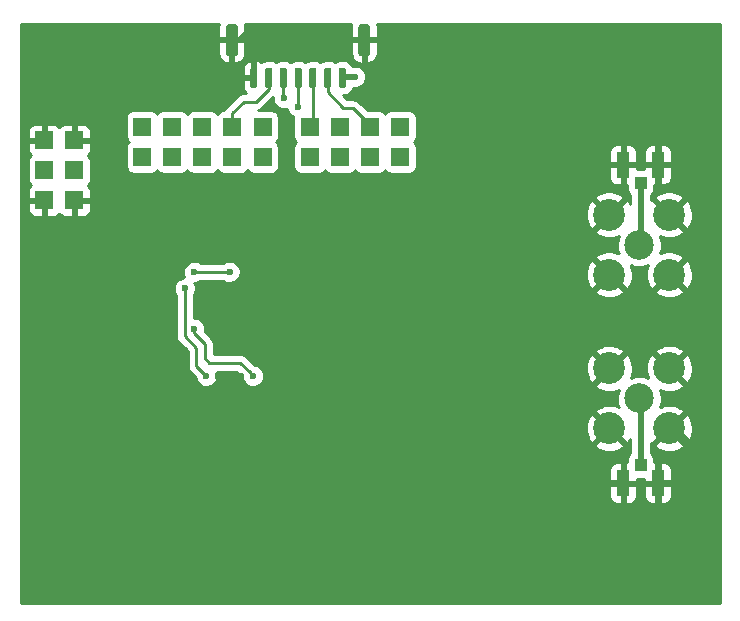
<source format=gbr>
G04 #@! TF.GenerationSoftware,KiCad,Pcbnew,(5.99.0-311-g81ce588a0)*
G04 #@! TF.CreationDate,2019-11-06T10:45:35+01:00*
G04 #@! TF.ProjectId,ISM02A,49534d30-3241-42e6-9b69-6361645f7063,REV*
G04 #@! TF.SameCoordinates,Original*
G04 #@! TF.FileFunction,Copper,L1,Top*
G04 #@! TF.FilePolarity,Positive*
%FSLAX46Y46*%
G04 Gerber Fmt 4.6, Leading zero omitted, Abs format (unit mm)*
G04 Created by KiCad (PCBNEW (5.99.0-311-g81ce588a0)) date 2019-11-06 10:45:35*
%MOMM*%
%LPD*%
G04 APERTURE LIST*
G04 #@! TA.AperFunction,ComponentPad*
%ADD10R,1.524000X1.524000*%
G04 #@! TD*
G04 #@! TA.AperFunction,ComponentPad*
%ADD11C,2.700000*%
G04 #@! TD*
G04 #@! TA.AperFunction,ComponentPad*
%ADD12C,2.500000*%
G04 #@! TD*
G04 #@! TA.AperFunction,SMDPad,CuDef*
%ADD13R,1.050000X2.200000*%
G04 #@! TD*
G04 #@! TA.AperFunction,SMDPad,CuDef*
%ADD14R,1.000000X1.050000*%
G04 #@! TD*
G04 #@! TA.AperFunction,ComponentPad*
%ADD15C,6.000000*%
G04 #@! TD*
G04 #@! TA.AperFunction,ViaPad*
%ADD16C,0.500000*%
G04 #@! TD*
G04 #@! TA.AperFunction,ViaPad*
%ADD17C,0.600000*%
G04 #@! TD*
G04 #@! TA.AperFunction,Conductor*
%ADD18C,0.250000*%
G04 #@! TD*
G04 #@! TA.AperFunction,Conductor*
%ADD19C,0.500000*%
G04 #@! TD*
G04 #@! TA.AperFunction,Conductor*
%ADD20C,0.254000*%
G04 #@! TD*
G04 APERTURE END LIST*
D10*
G04 #@! TO.P,J1,1*
G04 #@! TO.N,GND*
X137530000Y-89460000D03*
G04 #@! TO.P,J1,2*
X140070000Y-89460000D03*
G04 #@! TO.P,J1,3*
G04 #@! TO.N,+5V*
X137530000Y-92000000D03*
G04 #@! TO.P,J1,4*
X140070000Y-92000000D03*
G04 #@! TO.P,J1,5*
G04 #@! TO.N,GND*
X137530000Y-94540000D03*
G04 #@! TO.P,J1,6*
X140070000Y-94540000D03*
G04 #@! TD*
G04 #@! TA.AperFunction,SMDPad,CuDef*
G04 #@! TO.P,J2,1*
G04 #@! TO.N,+5V*
G36*
X162961403Y-83307418D02*
G01*
X163010066Y-83339934D01*
X163042582Y-83388597D01*
X163054000Y-83446000D01*
X163054000Y-84846000D01*
X163042582Y-84903403D01*
X163010066Y-84952066D01*
X162961403Y-84984582D01*
X162904000Y-84996000D01*
X162604000Y-84996000D01*
X162546597Y-84984582D01*
X162497934Y-84952066D01*
X162465418Y-84903403D01*
X162454000Y-84846000D01*
X162454000Y-83446000D01*
X162465418Y-83388597D01*
X162497934Y-83339934D01*
X162546597Y-83307418D01*
X162604000Y-83296000D01*
X162904000Y-83296000D01*
X162961403Y-83307418D01*
G37*
G04 #@! TD.AperFunction*
G04 #@! TA.AperFunction,SMDPad,CuDef*
G04 #@! TO.P,J2,2*
G04 #@! TO.N,/SCK*
G36*
X161711403Y-83307418D02*
G01*
X161760066Y-83339934D01*
X161792582Y-83388597D01*
X161804000Y-83446000D01*
X161804000Y-84846000D01*
X161792582Y-84903403D01*
X161760066Y-84952066D01*
X161711403Y-84984582D01*
X161654000Y-84996000D01*
X161354000Y-84996000D01*
X161296597Y-84984582D01*
X161247934Y-84952066D01*
X161215418Y-84903403D01*
X161204000Y-84846000D01*
X161204000Y-83446000D01*
X161215418Y-83388597D01*
X161247934Y-83339934D01*
X161296597Y-83307418D01*
X161354000Y-83296000D01*
X161654000Y-83296000D01*
X161711403Y-83307418D01*
G37*
G04 #@! TD.AperFunction*
G04 #@! TA.AperFunction,SMDPad,CuDef*
G04 #@! TO.P,J2,3*
G04 #@! TO.N,/MISO*
G36*
X160461403Y-83307418D02*
G01*
X160510066Y-83339934D01*
X160542582Y-83388597D01*
X160554000Y-83446000D01*
X160554000Y-84846000D01*
X160542582Y-84903403D01*
X160510066Y-84952066D01*
X160461403Y-84984582D01*
X160404000Y-84996000D01*
X160104000Y-84996000D01*
X160046597Y-84984582D01*
X159997934Y-84952066D01*
X159965418Y-84903403D01*
X159954000Y-84846000D01*
X159954000Y-83446000D01*
X159965418Y-83388597D01*
X159997934Y-83339934D01*
X160046597Y-83307418D01*
X160104000Y-83296000D01*
X160404000Y-83296000D01*
X160461403Y-83307418D01*
G37*
G04 #@! TD.AperFunction*
G04 #@! TA.AperFunction,SMDPad,CuDef*
G04 #@! TO.P,J2,4*
G04 #@! TO.N,/MOSI*
G36*
X159211403Y-83307418D02*
G01*
X159260066Y-83339934D01*
X159292582Y-83388597D01*
X159304000Y-83446000D01*
X159304000Y-84846000D01*
X159292582Y-84903403D01*
X159260066Y-84952066D01*
X159211403Y-84984582D01*
X159154000Y-84996000D01*
X158854000Y-84996000D01*
X158796597Y-84984582D01*
X158747934Y-84952066D01*
X158715418Y-84903403D01*
X158704000Y-84846000D01*
X158704000Y-83446000D01*
X158715418Y-83388597D01*
X158747934Y-83339934D01*
X158796597Y-83307418D01*
X158854000Y-83296000D01*
X159154000Y-83296000D01*
X159211403Y-83307418D01*
G37*
G04 #@! TD.AperFunction*
G04 #@! TA.AperFunction,SMDPad,CuDef*
G04 #@! TO.P,J2,5*
G04 #@! TO.N,/#CS*
G36*
X157961403Y-83307418D02*
G01*
X158010066Y-83339934D01*
X158042582Y-83388597D01*
X158054000Y-83446000D01*
X158054000Y-84846000D01*
X158042582Y-84903403D01*
X158010066Y-84952066D01*
X157961403Y-84984582D01*
X157904000Y-84996000D01*
X157604000Y-84996000D01*
X157546597Y-84984582D01*
X157497934Y-84952066D01*
X157465418Y-84903403D01*
X157454000Y-84846000D01*
X157454000Y-83446000D01*
X157465418Y-83388597D01*
X157497934Y-83339934D01*
X157546597Y-83307418D01*
X157604000Y-83296000D01*
X157904000Y-83296000D01*
X157961403Y-83307418D01*
G37*
G04 #@! TD.AperFunction*
G04 #@! TA.AperFunction,SMDPad,CuDef*
G04 #@! TO.P,J2,6*
G04 #@! TO.N,/BUSY*
G36*
X156711403Y-83307418D02*
G01*
X156760066Y-83339934D01*
X156792582Y-83388597D01*
X156804000Y-83446000D01*
X156804000Y-84846000D01*
X156792582Y-84903403D01*
X156760066Y-84952066D01*
X156711403Y-84984582D01*
X156654000Y-84996000D01*
X156354000Y-84996000D01*
X156296597Y-84984582D01*
X156247934Y-84952066D01*
X156215418Y-84903403D01*
X156204000Y-84846000D01*
X156204000Y-83446000D01*
X156215418Y-83388597D01*
X156247934Y-83339934D01*
X156296597Y-83307418D01*
X156354000Y-83296000D01*
X156654000Y-83296000D01*
X156711403Y-83307418D01*
G37*
G04 #@! TD.AperFunction*
G04 #@! TA.AperFunction,SMDPad,CuDef*
G04 #@! TO.P,J2,7*
G04 #@! TO.N,GND*
G36*
X155461403Y-83307418D02*
G01*
X155510066Y-83339934D01*
X155542582Y-83388597D01*
X155554000Y-83446000D01*
X155554000Y-84846000D01*
X155542582Y-84903403D01*
X155510066Y-84952066D01*
X155461403Y-84984582D01*
X155404000Y-84996000D01*
X155104000Y-84996000D01*
X155046597Y-84984582D01*
X154997934Y-84952066D01*
X154965418Y-84903403D01*
X154954000Y-84846000D01*
X154954000Y-83446000D01*
X154965418Y-83388597D01*
X154997934Y-83339934D01*
X155046597Y-83307418D01*
X155104000Y-83296000D01*
X155404000Y-83296000D01*
X155461403Y-83307418D01*
G37*
G04 #@! TD.AperFunction*
G04 #@! TA.AperFunction,SMDPad,CuDef*
G04 #@! TO.P,J2,MP*
G36*
X164949671Y-79615030D02*
G01*
X165030777Y-79669223D01*
X165084970Y-79750329D01*
X165104000Y-79846000D01*
X165104000Y-82046000D01*
X165084970Y-82141671D01*
X165030777Y-82222777D01*
X164949671Y-82276970D01*
X164854000Y-82296000D01*
X164354000Y-82296000D01*
X164258329Y-82276970D01*
X164177223Y-82222777D01*
X164123030Y-82141671D01*
X164104000Y-82046000D01*
X164104000Y-79846000D01*
X164123030Y-79750329D01*
X164177223Y-79669223D01*
X164258329Y-79615030D01*
X164354000Y-79596000D01*
X164854000Y-79596000D01*
X164949671Y-79615030D01*
G37*
G04 #@! TD.AperFunction*
G04 #@! TA.AperFunction,SMDPad,CuDef*
G36*
X153749671Y-79615030D02*
G01*
X153830777Y-79669223D01*
X153884970Y-79750329D01*
X153904000Y-79846000D01*
X153904000Y-82046000D01*
X153884970Y-82141671D01*
X153830777Y-82222777D01*
X153749671Y-82276970D01*
X153654000Y-82296000D01*
X153154000Y-82296000D01*
X153058329Y-82276970D01*
X152977223Y-82222777D01*
X152923030Y-82141671D01*
X152904000Y-82046000D01*
X152904000Y-79846000D01*
X152923030Y-79750329D01*
X152977223Y-79669223D01*
X153058329Y-79615030D01*
X153154000Y-79596000D01*
X153654000Y-79596000D01*
X153749671Y-79615030D01*
G37*
G04 #@! TD.AperFunction*
G04 #@! TD*
G04 #@! TO.P,J3,2*
G04 #@! TO.N,/#RESET*
X156000000Y-88330000D03*
G04 #@! TO.P,J3,1*
X156000000Y-90870000D03*
G04 #@! TD*
G04 #@! TO.P,J4,1*
G04 #@! TO.N,/SCK*
X165100000Y-90870000D03*
G04 #@! TO.P,J4,2*
X165100000Y-88330000D03*
G04 #@! TD*
G04 #@! TO.P,J5,1*
G04 #@! TO.N,/MISO*
X160000000Y-90870000D03*
G04 #@! TO.P,J5,2*
X160000000Y-88330000D03*
G04 #@! TD*
G04 #@! TO.P,J6,2*
G04 #@! TO.N,/MOSI*
X162550000Y-88330000D03*
G04 #@! TO.P,J6,1*
X162550000Y-90870000D03*
G04 #@! TD*
G04 #@! TO.P,J7,1*
G04 #@! TO.N,/#CS*
X167650000Y-90870000D03*
G04 #@! TO.P,J7,2*
X167650000Y-88330000D03*
G04 #@! TD*
G04 #@! TO.P,J8,2*
G04 #@! TO.N,/DIO1*
X150900000Y-88330000D03*
G04 #@! TO.P,J8,1*
X150900000Y-90870000D03*
G04 #@! TD*
G04 #@! TO.P,J9,1*
G04 #@! TO.N,/DIO2*
X148350000Y-90870000D03*
G04 #@! TO.P,J9,2*
X148350000Y-88330000D03*
G04 #@! TD*
G04 #@! TO.P,J10,1*
G04 #@! TO.N,/DIO3*
X145800000Y-90870000D03*
G04 #@! TO.P,J10,2*
X145800000Y-88330000D03*
G04 #@! TD*
G04 #@! TO.P,J11,2*
G04 #@! TO.N,/BUSY*
X153450000Y-88330000D03*
G04 #@! TO.P,J11,1*
X153450000Y-90870000D03*
G04 #@! TD*
D11*
G04 #@! TO.P,J12,2*
G04 #@! TO.N,GND*
X190440000Y-108760000D03*
X185360000Y-108760000D03*
X185360000Y-113840000D03*
X190440000Y-113840000D03*
D12*
G04 #@! TO.P,J12,1*
G04 #@! TO.N,Net-(C22-Pad2)*
X187900000Y-111300000D03*
G04 #@! TD*
D13*
G04 #@! TO.P,J13,2*
G04 #@! TO.N,GND*
X189475000Y-118475000D03*
D14*
G04 #@! TO.P,J13,1*
G04 #@! TO.N,Net-(C22-Pad2)*
X188000000Y-116950000D03*
D13*
G04 #@! TO.P,J13,2*
G04 #@! TO.N,GND*
X186525000Y-118475000D03*
G04 #@! TD*
D12*
G04 #@! TO.P,J14,1*
G04 #@! TO.N,Net-(C23-Pad2)*
X187900000Y-98300000D03*
D11*
G04 #@! TO.P,J14,2*
G04 #@! TO.N,GND*
X190440000Y-100840000D03*
X185360000Y-100840000D03*
X185360000Y-95760000D03*
X190440000Y-95760000D03*
G04 #@! TD*
D13*
G04 #@! TO.P,J15,2*
G04 #@! TO.N,GND*
X189475000Y-91525000D03*
D14*
G04 #@! TO.P,J15,1*
G04 #@! TO.N,Net-(C23-Pad2)*
X188000000Y-93050000D03*
D13*
G04 #@! TO.P,J15,2*
G04 #@! TO.N,GND*
X186525000Y-91525000D03*
G04 #@! TD*
D15*
G04 #@! TO.P,M1,1*
G04 #@! TO.N,GND*
X190500000Y-83820000D03*
G04 #@! TD*
G04 #@! TO.P,M2,1*
G04 #@! TO.N,GND*
X139700000Y-83820000D03*
G04 #@! TD*
G04 #@! TO.P,M3,1*
G04 #@! TO.N,GND*
X190500000Y-124460000D03*
G04 #@! TD*
G04 #@! TO.P,M4,1*
G04 #@! TO.N,GND*
X139700000Y-124460000D03*
G04 #@! TD*
D16*
G04 #@! TO.N,GND*
G04 #@! TO.C,U1*
X154250000Y-106950000D03*
X154250000Y-105900000D03*
X154250000Y-104850000D03*
X153200000Y-106950000D03*
X153200000Y-105900000D03*
X153200000Y-104850000D03*
X152150000Y-106950000D03*
X152150000Y-105900000D03*
X152150000Y-104850000D03*
G04 #@! TA.AperFunction,Conductor*
G36*
X154345671Y-104619030D02*
G01*
X154426777Y-104673223D01*
X154480970Y-104754329D01*
X154500000Y-104850000D01*
X154500000Y-106950000D01*
X154480970Y-107045671D01*
X154426777Y-107126777D01*
X154345671Y-107180970D01*
X154250000Y-107200000D01*
X152150000Y-107200000D01*
X152054329Y-107180970D01*
X151973223Y-107126777D01*
X151919030Y-107045671D01*
X151900000Y-106950000D01*
X151900000Y-104850000D01*
X151919030Y-104754329D01*
X151973223Y-104673223D01*
X152054329Y-104619030D01*
X152150000Y-104600000D01*
X154250000Y-104600000D01*
X154345671Y-104619030D01*
G37*
G04 #@! TD.AperFunction*
G04 #@! TD*
D17*
G04 #@! TO.N,/DIO3*
X149400000Y-102000046D03*
X151243519Y-109400000D03*
G04 #@! TO.N,/#CS*
X157800000Y-85900000D03*
G04 #@! TO.N,/MOSI*
X159000000Y-86600000D03*
G04 #@! TO.N,+3V3*
X155200000Y-109400000D03*
X150199974Y-100599982D03*
X153200000Y-100600000D03*
X150200000Y-105400000D03*
G04 #@! TO.N,+5V*
X163830000Y-84074000D03*
G04 #@! TO.N,GND*
X191000000Y-106000000D03*
X191000000Y-104000000D03*
X187800000Y-106200000D03*
X189200000Y-103400000D03*
X188800000Y-105000000D03*
X186000000Y-106800000D03*
X142500000Y-105000000D03*
X140000000Y-107500034D03*
X140000000Y-110000000D03*
X140000000Y-102500000D03*
X167500000Y-80000000D03*
X170000000Y-80000000D03*
X172500000Y-80000000D03*
X175000000Y-80000000D03*
X177500000Y-80000000D03*
X180000000Y-80000000D03*
X180000000Y-82500000D03*
X177500000Y-82500000D03*
X175000000Y-82500000D03*
X172500000Y-82500000D03*
X170000000Y-82500000D03*
X167500000Y-82500000D03*
X167500000Y-85000000D03*
X170000000Y-85000000D03*
X172500000Y-85000000D03*
X175000000Y-85000000D03*
X177500000Y-85000000D03*
X180000000Y-85000000D03*
X180000000Y-87500000D03*
X177500000Y-87500000D03*
X175000000Y-87500000D03*
X172500000Y-87500000D03*
X170000000Y-87500000D03*
X170000000Y-90000000D03*
X172500000Y-90000000D03*
X175000000Y-90000000D03*
X177500000Y-90000000D03*
X180000000Y-90000000D03*
X180000000Y-92500000D03*
X180000000Y-95000000D03*
X180000000Y-97500000D03*
X180000000Y-100000000D03*
X145000000Y-80000000D03*
X147000000Y-80000000D03*
X149000000Y-80000000D03*
X151000000Y-80000000D03*
X159999996Y-82200000D03*
X162400000Y-82200000D03*
X157400000Y-82200000D03*
X155000000Y-82200000D03*
X142400000Y-110200000D03*
X157800000Y-106600000D03*
X159200000Y-106600000D03*
X161800000Y-99000000D03*
X158600000Y-99200000D03*
X146400000Y-97600000D03*
X151400000Y-97600000D03*
X142500000Y-120000000D03*
X137500000Y-120000000D03*
X137500000Y-117500000D03*
X140000000Y-117500000D03*
X142500000Y-117500000D03*
X142500000Y-115000000D03*
X140000000Y-115000000D03*
X137500000Y-115000000D03*
X137500000Y-112500000D03*
X140000000Y-112500000D03*
X142500000Y-112500000D03*
X142500000Y-102500000D03*
X140000000Y-105000000D03*
X174600000Y-104000000D03*
X170400000Y-103200000D03*
X151200000Y-116200000D03*
X157200000Y-113200000D03*
X149200000Y-113200000D03*
X177500000Y-92500000D03*
X175000000Y-92500000D03*
X172500000Y-92500000D03*
X170000000Y-92500000D03*
X162500000Y-80000000D03*
X160000000Y-80000000D03*
X157500000Y-80000000D03*
X155000000Y-80000000D03*
X150000000Y-82500000D03*
X147500000Y-82500000D03*
X145000000Y-82500000D03*
X178000000Y-118000000D03*
X179000000Y-120000000D03*
X179000000Y-122000000D03*
X179000000Y-124000000D03*
X179000000Y-126000000D03*
X179000000Y-128000000D03*
X181000000Y-127000000D03*
X181000000Y-125000000D03*
X181000000Y-123000000D03*
X181000000Y-121000000D03*
X181000000Y-119000000D03*
X185000000Y-123000000D03*
X185000000Y-125000000D03*
X185000000Y-127000000D03*
X183000000Y-120000000D03*
X183000000Y-122000000D03*
X183000000Y-124000000D03*
X183000000Y-126000000D03*
X183000000Y-128000000D03*
X185000000Y-87000000D03*
X185000000Y-85000000D03*
X185000000Y-83000000D03*
X185000000Y-81000000D03*
X187000000Y-80000000D03*
X185000000Y-80000000D03*
X183000000Y-80000000D03*
X183000000Y-82000000D03*
X183000000Y-84000000D03*
X183000000Y-86000000D03*
X183000000Y-88000000D03*
X183000000Y-90000000D03*
X183000000Y-92000000D03*
X183000000Y-94000000D03*
X183000000Y-96000000D03*
X183000000Y-98000000D03*
X183000000Y-100000000D03*
X183000000Y-102000000D03*
X193000000Y-120000000D03*
X193000000Y-118000000D03*
X193000000Y-88000000D03*
X193000000Y-90000000D03*
X193000000Y-92000000D03*
X193000000Y-94000000D03*
X193000000Y-96000000D03*
X193000000Y-98000000D03*
X193000000Y-100000000D03*
X193000000Y-102000000D03*
X193000000Y-104000000D03*
X193000000Y-106000000D03*
X193000000Y-108000000D03*
X193000000Y-110000000D03*
X193000000Y-112000000D03*
X193000000Y-114000000D03*
X193000000Y-116000000D03*
X189000000Y-89000000D03*
X187000000Y-89000000D03*
X191000000Y-91600000D03*
X185000000Y-91600000D03*
X191000000Y-93000000D03*
X191000000Y-90000000D03*
X185000000Y-90000000D03*
X185000000Y-93000000D03*
X191000000Y-118400000D03*
X185000000Y-118400000D03*
X189000000Y-121000000D03*
X185000000Y-117000000D03*
X190999990Y-117000000D03*
X191000000Y-120000000D03*
X187000000Y-121000000D03*
X185000000Y-120000000D03*
X183000000Y-117000000D03*
X181000000Y-117000000D03*
X179000000Y-117000000D03*
X181000000Y-114000000D03*
X181000000Y-113000000D03*
X180000000Y-113000000D03*
X184000000Y-116000000D03*
X182000000Y-115000000D03*
X180000000Y-115000000D03*
X178000000Y-115000000D03*
X183000000Y-110000000D03*
X181000000Y-110000000D03*
X179000000Y-110000000D03*
X182000000Y-109000000D03*
X178000000Y-109000000D03*
X180000000Y-109000000D03*
X181000000Y-108000000D03*
X183000000Y-108000000D03*
X184000000Y-106800000D03*
X182000000Y-106800000D03*
X180000000Y-106800000D03*
X178000000Y-106800000D03*
X187000000Y-103000000D03*
X186000000Y-104000000D03*
X184000000Y-104000000D03*
X182000000Y-104000000D03*
X180000000Y-104000000D03*
X178000000Y-104000000D03*
X153200000Y-113500000D03*
X152600000Y-114200000D03*
X162500000Y-97500000D03*
X157500000Y-97500000D03*
X147500000Y-100000000D03*
X175000000Y-125000000D03*
X172500000Y-125000000D03*
X170000000Y-125000000D03*
X167500000Y-125000000D03*
X165000000Y-125000000D03*
X162500000Y-125000000D03*
X160000000Y-125000000D03*
X157500000Y-125000000D03*
X155000000Y-125000000D03*
X152500000Y-125000000D03*
X150000000Y-125000000D03*
X147500000Y-125000000D03*
X147500000Y-122500000D03*
X150000000Y-122500000D03*
X152500000Y-122500000D03*
X155000000Y-122500000D03*
X157500000Y-122500000D03*
X160000000Y-122500000D03*
X162500000Y-122500000D03*
X165000000Y-122500000D03*
X167500000Y-122500000D03*
X170000000Y-122500000D03*
X172500000Y-122500000D03*
X175000000Y-122500000D03*
X175000000Y-120000000D03*
X172500000Y-120000000D03*
X170000000Y-120000000D03*
X167500000Y-120000000D03*
X165000000Y-120000000D03*
X162500000Y-120000000D03*
X160000000Y-120000000D03*
X157500000Y-120000000D03*
X155000000Y-120000000D03*
X152500000Y-120000000D03*
X150000000Y-120000000D03*
X147500000Y-120000000D03*
X147500000Y-112500000D03*
X147500000Y-115000000D03*
X147500000Y-117500000D03*
X150000000Y-117500000D03*
X152500000Y-117500000D03*
X155000000Y-117500000D03*
X157500000Y-117500000D03*
X160000000Y-117500000D03*
X162500000Y-117500000D03*
X165000000Y-117500000D03*
X167500000Y-117500000D03*
X170000000Y-117500000D03*
X172500000Y-117500000D03*
X175000000Y-117500000D03*
X167500000Y-97500000D03*
X170000000Y-97500000D03*
X172500000Y-97500000D03*
X175000000Y-97500000D03*
X165000000Y-100000000D03*
X167000000Y-100000000D03*
X169000000Y-100000000D03*
X171000000Y-100000000D03*
X173000000Y-100000000D03*
X175000000Y-100000000D03*
X156500000Y-111700000D03*
X156500000Y-110000000D03*
X166600000Y-103400000D03*
X165000000Y-103400000D03*
X175000000Y-108000000D03*
X171000000Y-110000000D03*
X173000000Y-110000000D03*
X175000000Y-110000000D03*
X174000000Y-109000000D03*
X172000000Y-109000000D03*
X173000000Y-108000000D03*
X171000000Y-108000000D03*
X175000000Y-113000000D03*
X173000000Y-113000000D03*
X168000000Y-111000000D03*
X166000000Y-111000000D03*
X164000000Y-111000000D03*
X162000000Y-111000000D03*
X161000000Y-113000000D03*
X163000000Y-113000000D03*
X165000000Y-113000000D03*
X167000000Y-113000000D03*
X169000000Y-113000000D03*
X158000000Y-115000000D03*
X160000000Y-115000000D03*
X162000000Y-115000000D03*
X164000000Y-115000000D03*
X166000000Y-115000000D03*
X168000000Y-115000000D03*
X170000000Y-115000000D03*
X172000000Y-115000000D03*
X174000000Y-115000000D03*
X162000000Y-102000000D03*
X164000000Y-102000000D03*
X166000000Y-102000000D03*
X168000000Y-102000000D03*
X170000000Y-102000000D03*
X172000000Y-102000000D03*
X174000000Y-102000000D03*
X174600000Y-106600000D03*
X172600000Y-106600000D03*
X170800000Y-106600000D03*
X167200046Y-106600000D03*
X169000012Y-106600000D03*
X165600000Y-106600000D03*
X164000000Y-106600000D03*
X162400000Y-106600000D03*
X160698660Y-106595817D03*
X163500000Y-93900000D03*
X157500000Y-93900000D03*
X149400000Y-107200000D03*
X154200000Y-109400000D03*
X152250011Y-109399981D03*
X138800000Y-97700000D03*
X136600000Y-97800000D03*
X146800000Y-102300000D03*
X148400000Y-102300000D03*
X154700000Y-112900000D03*
X151700000Y-112900000D03*
X153900000Y-114200000D03*
G04 #@! TD*
D18*
G04 #@! TO.N,/BUSY*
X153450000Y-87150000D02*
X154400000Y-86200000D01*
X153450000Y-88330000D02*
X153450000Y-87150000D01*
X154400000Y-86200000D02*
X155400000Y-86200000D01*
X155400000Y-86200000D02*
X156504000Y-85096000D01*
X156504000Y-85096000D02*
X156504000Y-84146000D01*
X156504000Y-84146000D02*
X156464000Y-84186000D01*
G04 #@! TO.N,/DIO3*
X150400000Y-108556481D02*
X150400000Y-107000000D01*
X151243519Y-109400000D02*
X150400000Y-108556481D01*
X150400000Y-107000000D02*
X149400000Y-106000000D01*
X149400000Y-106000000D02*
X149400000Y-102424310D01*
X149400000Y-102424310D02*
X149400000Y-102000046D01*
G04 #@! TO.N,/#CS*
X157754000Y-85854000D02*
X157800000Y-85900000D01*
X157754000Y-84146000D02*
X157754000Y-85854000D01*
G04 #@! TO.N,/MOSI*
X159004000Y-86596000D02*
X159000000Y-86600000D01*
X159004000Y-84146000D02*
X159004000Y-86596000D01*
G04 #@! TO.N,/MISO*
X160254000Y-84146000D02*
X160254000Y-88076000D01*
X160254000Y-88076000D02*
X160000000Y-88330000D01*
X160154000Y-88176000D02*
X160000000Y-88330000D01*
G04 #@! TO.N,/SCK*
X161504000Y-85404000D02*
X162846000Y-86746000D01*
X161504000Y-84146000D02*
X161504000Y-85404000D01*
X162846000Y-86746000D02*
X163646000Y-86746000D01*
X163646000Y-86746000D02*
X165100000Y-88200000D01*
X165100000Y-88200000D02*
X165100000Y-88330000D01*
X161504000Y-84146000D02*
X161544000Y-84186000D01*
D19*
G04 #@! TO.N,Net-(C23-Pad2)*
X188000000Y-93050000D02*
X188000000Y-98200000D01*
X188000000Y-98200000D02*
X187900000Y-98300000D01*
G04 #@! TO.N,Net-(C22-Pad2)*
X188000000Y-116950000D02*
X188000000Y-111400000D01*
X188000000Y-111400000D02*
X187900000Y-111300000D01*
D18*
G04 #@! TO.N,+3V3*
X154100000Y-108300000D02*
X154900001Y-109100001D01*
X151100000Y-106700000D02*
X151100000Y-107900000D01*
X151500000Y-108300000D02*
X154100000Y-108300000D01*
X151100000Y-107900000D02*
X151500000Y-108300000D01*
X150200000Y-105400000D02*
X150200000Y-105800000D01*
X150200000Y-105800000D02*
X151100000Y-106700000D01*
X154900001Y-109100001D02*
X155200000Y-109400000D01*
X150199992Y-100600000D02*
X150199974Y-100599982D01*
X153200000Y-100600000D02*
X150199992Y-100600000D01*
D19*
G04 #@! TO.N,+5V*
X163830000Y-84074000D02*
X162826000Y-84074000D01*
X162826000Y-84074000D02*
X162754000Y-84146000D01*
G04 #@! TO.N,GND*
X190400000Y-103400000D02*
X191000000Y-104000000D01*
X189200000Y-103400000D02*
X190400000Y-103400000D01*
X188800000Y-105000000D02*
X188800000Y-103800000D01*
X188800000Y-103800000D02*
X189200000Y-103400000D01*
X187200000Y-106800000D02*
X187800000Y-106200000D01*
X186000000Y-106800000D02*
X187200000Y-106800000D01*
X140000000Y-105000000D02*
X140000000Y-107500034D01*
X170000000Y-80000000D02*
X167500000Y-80000000D01*
X175000000Y-80000000D02*
X172500000Y-80000000D01*
X180000000Y-80000000D02*
X177500000Y-80000000D01*
X177500000Y-82500000D02*
X180000000Y-82500000D01*
X172500000Y-82500000D02*
X175000000Y-82500000D01*
X167500000Y-82500000D02*
X170000000Y-82500000D01*
X170000000Y-85000000D02*
X167500000Y-85000000D01*
X175000000Y-85000000D02*
X172500000Y-85000000D01*
X180000000Y-85000000D02*
X177500000Y-85000000D01*
X177500000Y-87500000D02*
X180000000Y-87500000D01*
X172500000Y-87500000D02*
X175000000Y-87500000D01*
X170000000Y-90000000D02*
X170000000Y-87500000D01*
X175000000Y-90000000D02*
X172500000Y-90000000D01*
X180000000Y-90000000D02*
X177500000Y-90000000D01*
X180000000Y-95000000D02*
X180000000Y-92500000D01*
X180000000Y-100000000D02*
X180000000Y-97500000D01*
X149000000Y-80000000D02*
X147000000Y-80000000D01*
X151946000Y-80946000D02*
X151000000Y-80000000D01*
X153404000Y-80946000D02*
X151946000Y-80946000D01*
X162400000Y-82200000D02*
X159999996Y-82200000D01*
X155000000Y-82200000D02*
X157400000Y-82200000D01*
X142500000Y-110300000D02*
X142400000Y-110200000D01*
X142500000Y-112500000D02*
X142500000Y-110300000D01*
X159204183Y-106595817D02*
X159200000Y-106600000D01*
X160698660Y-106595817D02*
X159204183Y-106595817D01*
X157500000Y-98100000D02*
X158600000Y-99200000D01*
X157500000Y-97500000D02*
X157500000Y-98100000D01*
X137500000Y-117500000D02*
X137500000Y-120000000D01*
X142500000Y-117500000D02*
X140000000Y-117500000D01*
X140000000Y-115000000D02*
X142500000Y-115000000D01*
X137500000Y-112500000D02*
X137500000Y-115000000D01*
X142500000Y-112500000D02*
X140000000Y-112500000D01*
X175000000Y-92500000D02*
X177500000Y-92500000D01*
X170000000Y-92500000D02*
X172500000Y-92500000D01*
X157500000Y-80000000D02*
X160000000Y-80000000D01*
X154054000Y-80946000D02*
X155000000Y-80000000D01*
X153404000Y-80946000D02*
X154054000Y-80946000D01*
X147500000Y-82500000D02*
X150000000Y-82500000D01*
X142699999Y-80820001D02*
X143320001Y-80820001D01*
X139700000Y-83820000D02*
X142699999Y-80820001D01*
X143320001Y-80820001D02*
X145000000Y-82500000D01*
X179000000Y-119000000D02*
X178000000Y-118000000D01*
X179000000Y-120000000D02*
X179000000Y-119000000D01*
X179000000Y-124000000D02*
X179000000Y-122000000D01*
X179000000Y-128000000D02*
X179000000Y-126000000D01*
X181000000Y-125000000D02*
X181000000Y-127000000D01*
X181000000Y-121000000D02*
X181000000Y-123000000D01*
X182000000Y-120000000D02*
X181000000Y-119000000D01*
X183000000Y-120000000D02*
X182000000Y-120000000D01*
X183000000Y-120000000D02*
X185000000Y-120000000D01*
X185000000Y-127000000D02*
X185000000Y-125000000D01*
X183000000Y-122000000D02*
X183000000Y-120000000D01*
X183000000Y-126000000D02*
X183000000Y-124000000D01*
X185000000Y-85000000D02*
X185000000Y-87000000D01*
X185000000Y-81000000D02*
X185000000Y-83000000D01*
X185000000Y-80000000D02*
X187000000Y-80000000D01*
X183000000Y-82000000D02*
X183000000Y-80000000D01*
X183000000Y-86000000D02*
X183000000Y-84000000D01*
X183000000Y-90000000D02*
X183000000Y-88000000D01*
X183000000Y-94000000D02*
X183000000Y-92000000D01*
X183000000Y-98000000D02*
X183000000Y-96000000D01*
X183000000Y-102000000D02*
X183000000Y-100000000D01*
X193000000Y-118000000D02*
X193000000Y-120000000D01*
X193000000Y-90000000D02*
X193000000Y-88000000D01*
X193000000Y-94000000D02*
X193000000Y-92000000D01*
X193000000Y-98000000D02*
X193000000Y-96000000D01*
X193000000Y-102000000D02*
X193000000Y-100000000D01*
X193000000Y-106000000D02*
X193000000Y-104000000D01*
X193000000Y-110000000D02*
X193000000Y-108000000D01*
X193000000Y-114000000D02*
X193000000Y-112000000D01*
X190840000Y-113840000D02*
X193000000Y-116000000D01*
X190440000Y-113840000D02*
X190840000Y-113840000D01*
X185000000Y-90000000D02*
X186000000Y-89000000D01*
X186000000Y-89000000D02*
X187000000Y-89000000D01*
X189000000Y-89000000D02*
X190000000Y-89000000D01*
X190000000Y-89000000D02*
X191000000Y-90000000D01*
X189475000Y-91525000D02*
X190925000Y-91525000D01*
X190925000Y-91525000D02*
X191000000Y-91600000D01*
X186525000Y-91525000D02*
X185075000Y-91525000D01*
X185075000Y-91525000D02*
X185000000Y-91600000D01*
X186525000Y-91525000D02*
X186475000Y-91525000D01*
X189475000Y-118475000D02*
X190925000Y-118475000D01*
X190925000Y-118475000D02*
X191000000Y-118400000D01*
X185000000Y-118400000D02*
X185000000Y-117000000D01*
X185000000Y-120000000D02*
X185000000Y-118400000D01*
X186525000Y-118475000D02*
X185075000Y-118475000D01*
X185075000Y-118475000D02*
X185000000Y-118400000D01*
X189475000Y-120525000D02*
X189000000Y-121000000D01*
X189475000Y-118475000D02*
X189475000Y-120525000D01*
X181000000Y-117000000D02*
X183000000Y-117000000D01*
X178000000Y-116000000D02*
X179000000Y-117000000D01*
X178000000Y-115000000D02*
X178000000Y-116000000D01*
X180000000Y-113000000D02*
X181000000Y-113000000D01*
X183000000Y-115000000D02*
X184000000Y-116000000D01*
X182000000Y-115000000D02*
X183000000Y-115000000D01*
X178000000Y-115000000D02*
X180000000Y-115000000D01*
X181000000Y-110000000D02*
X183000000Y-110000000D01*
X178000000Y-109000000D02*
X179000000Y-110000000D01*
X180000000Y-109000000D02*
X178000000Y-109000000D01*
X183000000Y-108000000D02*
X181000000Y-108000000D01*
X182000000Y-106800000D02*
X184000000Y-106800000D01*
X178000000Y-106800000D02*
X180000000Y-106800000D01*
X186000000Y-104000000D02*
X187000000Y-103000000D01*
X182000000Y-104000000D02*
X184000000Y-104000000D01*
X178000000Y-104000000D02*
X180000000Y-104000000D01*
X152600000Y-114100000D02*
X153200000Y-113500000D01*
X152600000Y-114200000D02*
X152600000Y-114100000D01*
X172500000Y-125000000D02*
X175000000Y-125000000D01*
X167500000Y-125000000D02*
X170000000Y-125000000D01*
X162500000Y-125000000D02*
X165000000Y-125000000D01*
X157500000Y-125000000D02*
X160000000Y-125000000D01*
X152500000Y-125000000D02*
X155000000Y-125000000D01*
X147500000Y-125000000D02*
X150000000Y-125000000D01*
X150000000Y-122500000D02*
X147500000Y-122500000D01*
X155000000Y-122500000D02*
X152500000Y-122500000D01*
X160000000Y-122500000D02*
X157500000Y-122500000D01*
X165000000Y-122500000D02*
X162500000Y-122500000D01*
X170000000Y-122500000D02*
X167500000Y-122500000D01*
X175000000Y-122500000D02*
X172500000Y-122500000D01*
X172500000Y-120000000D02*
X175000000Y-120000000D01*
X167500000Y-120000000D02*
X170000000Y-120000000D01*
X162500000Y-120000000D02*
X165000000Y-120000000D01*
X157500000Y-120000000D02*
X160000000Y-120000000D01*
X152500000Y-120000000D02*
X155000000Y-120000000D01*
X147500000Y-120000000D02*
X150000000Y-120000000D01*
X147500000Y-115000000D02*
X147500000Y-112500000D01*
X150000000Y-117500000D02*
X147500000Y-117500000D01*
X155000000Y-117500000D02*
X152500000Y-117500000D01*
X160000000Y-117500000D02*
X157500000Y-117500000D01*
X165000000Y-117500000D02*
X162500000Y-117500000D01*
X170000000Y-117500000D02*
X167500000Y-117500000D01*
X175000000Y-117500000D02*
X172500000Y-117500000D01*
X170000000Y-97500000D02*
X167500000Y-97500000D01*
X175000000Y-97500000D02*
X172500000Y-97500000D01*
X167000000Y-100000000D02*
X165000000Y-100000000D01*
X171000000Y-100000000D02*
X169000000Y-100000000D01*
X175000000Y-100000000D02*
X173000000Y-100000000D01*
X165000000Y-103400000D02*
X166600000Y-103400000D01*
X175000000Y-110000000D02*
X173000000Y-110000000D01*
X172000000Y-109000000D02*
X174000000Y-109000000D01*
X171000000Y-108000000D02*
X173000000Y-108000000D01*
X173000000Y-113000000D02*
X175000000Y-113000000D01*
X166000000Y-111000000D02*
X168000000Y-111000000D01*
X162000000Y-111000000D02*
X164000000Y-111000000D01*
X163000000Y-113000000D02*
X161000000Y-113000000D01*
X167000000Y-113000000D02*
X165000000Y-113000000D01*
X170000000Y-114000000D02*
X169000000Y-113000000D01*
X170000000Y-115000000D02*
X170000000Y-114000000D01*
X162000000Y-115000000D02*
X160000000Y-115000000D01*
X166000000Y-115000000D02*
X164000000Y-115000000D01*
X170000000Y-115000000D02*
X168000000Y-115000000D01*
X174000000Y-115000000D02*
X172000000Y-115000000D01*
X166000000Y-102000000D02*
X164000000Y-102000000D01*
X170000000Y-102000000D02*
X168000000Y-102000000D01*
X174000000Y-102000000D02*
X172000000Y-102000000D01*
X172600000Y-106600000D02*
X174600000Y-106600000D01*
X170200000Y-106600000D02*
X170800000Y-106600000D01*
X169000012Y-106600000D02*
X170200000Y-106600000D01*
X165600000Y-106600000D02*
X167200046Y-106600000D01*
X162400000Y-106600000D02*
X164000000Y-106600000D01*
G04 #@! TD*
G04 #@! TO.N,GND*
G36*
X152264776Y-79839559D02*
G01*
X152264776Y-80818000D01*
X154543224Y-80818000D01*
X154543224Y-79835025D01*
X154498189Y-79628000D01*
X163495194Y-79628000D01*
X163464776Y-79839559D01*
X163464776Y-80818000D01*
X165743224Y-80818000D01*
X165743224Y-79835025D01*
X165698189Y-79628000D01*
X194692000Y-79628000D01*
X194692001Y-128652000D01*
X135508000Y-128652000D01*
X135508000Y-118603000D01*
X185358163Y-118603000D01*
X185358163Y-119591588D01*
X185438795Y-119892512D01*
X185586185Y-120068165D01*
X185779814Y-120179956D01*
X185988976Y-120216837D01*
X186397000Y-120216837D01*
X186397000Y-118603000D01*
X186653000Y-118603000D01*
X186653000Y-120216837D01*
X187066588Y-120216837D01*
X187367512Y-120136205D01*
X187543165Y-119988815D01*
X187654956Y-119795186D01*
X187691837Y-119586024D01*
X187691837Y-118603000D01*
X188308163Y-118603000D01*
X188308163Y-119591588D01*
X188388795Y-119892512D01*
X188536185Y-120068165D01*
X188729814Y-120179956D01*
X188938976Y-120216837D01*
X189347000Y-120216837D01*
X189347000Y-118603000D01*
X189603000Y-118603000D01*
X189603000Y-120216837D01*
X190016588Y-120216837D01*
X190317512Y-120136205D01*
X190493165Y-119988815D01*
X190604956Y-119795186D01*
X190641837Y-119586024D01*
X190641837Y-118603000D01*
X189603000Y-118603000D01*
X189347000Y-118603000D01*
X188308163Y-118603000D01*
X187691837Y-118603000D01*
X186653000Y-118603000D01*
X186397000Y-118603000D01*
X185358163Y-118603000D01*
X135508000Y-118603000D01*
X135508000Y-117363976D01*
X185358163Y-117363976D01*
X185358163Y-118347000D01*
X186397000Y-118347000D01*
X186397000Y-116733163D01*
X185983412Y-116733163D01*
X185682489Y-116813795D01*
X185506835Y-116961185D01*
X185395044Y-117154814D01*
X185358163Y-117363976D01*
X135508000Y-117363976D01*
X135508000Y-115333418D01*
X184047601Y-115333418D01*
X184262032Y-115498849D01*
X184512997Y-115639973D01*
X184781706Y-115743389D01*
X185062529Y-115806933D01*
X185349584Y-115829272D01*
X185636857Y-115809941D01*
X185918330Y-115749341D01*
X186188107Y-115648744D01*
X186440537Y-115510256D01*
X186673425Y-115334444D01*
X185360000Y-114021019D01*
X184047601Y-115333418D01*
X135508000Y-115333418D01*
X135508000Y-113784456D01*
X183371475Y-113784456D01*
X183384286Y-114072093D01*
X183438483Y-114354869D01*
X183532935Y-114626859D01*
X183665659Y-114882365D01*
X183862787Y-115156194D01*
X185178981Y-113840000D01*
X183868267Y-112529286D01*
X183726487Y-112704679D01*
X183579707Y-112952379D01*
X183470221Y-113218672D01*
X183400322Y-113497981D01*
X183371475Y-113784456D01*
X135508000Y-113784456D01*
X135508000Y-112339264D01*
X184040283Y-112339264D01*
X186855842Y-115154823D01*
X187043333Y-114900051D01*
X187116000Y-114763670D01*
X187116000Y-115919586D01*
X187006835Y-116011185D01*
X186895044Y-116204814D01*
X186858163Y-116413976D01*
X186858163Y-116733163D01*
X186653000Y-116733163D01*
X186653000Y-118347000D01*
X187691837Y-118347000D01*
X187691837Y-118116837D01*
X188308163Y-118116837D01*
X188308163Y-118347000D01*
X189347000Y-118347000D01*
X189347000Y-116733163D01*
X189603000Y-116733163D01*
X189603000Y-118347000D01*
X190641837Y-118347000D01*
X190641837Y-117358412D01*
X190561205Y-117057489D01*
X190413815Y-116881835D01*
X190220186Y-116770044D01*
X190011024Y-116733163D01*
X189603000Y-116733163D01*
X189347000Y-116733163D01*
X189141837Y-116733163D01*
X189141837Y-116408412D01*
X189061205Y-116107489D01*
X188913815Y-115931836D01*
X188884000Y-115914622D01*
X188884000Y-115333418D01*
X189127601Y-115333418D01*
X189342032Y-115498849D01*
X189592997Y-115639973D01*
X189861706Y-115743389D01*
X190142529Y-115806933D01*
X190429584Y-115829272D01*
X190716857Y-115809941D01*
X190998330Y-115749341D01*
X191268107Y-115648744D01*
X191520537Y-115510256D01*
X191753425Y-115334444D01*
X190440000Y-114021019D01*
X189127601Y-115333418D01*
X188884000Y-115333418D01*
X188884000Y-115074533D01*
X188942787Y-115156194D01*
X190258981Y-113840000D01*
X190621019Y-113840000D01*
X191935842Y-115154823D01*
X192123333Y-114900051D01*
X192258726Y-114645948D01*
X192356020Y-114374962D01*
X192413517Y-114091088D01*
X192424455Y-113699467D01*
X192382894Y-113412827D01*
X192300879Y-113136832D01*
X192179881Y-112875568D01*
X191945028Y-112515991D01*
X190621019Y-113840000D01*
X190258981Y-113840000D01*
X191749764Y-112349217D01*
X191612089Y-112232666D01*
X191367783Y-112080303D01*
X191104042Y-111964803D01*
X190826391Y-111888586D01*
X190540644Y-111853248D01*
X190252790Y-111859528D01*
X189968858Y-111907297D01*
X189694795Y-111995553D01*
X189642398Y-112021279D01*
X189717896Y-111814413D01*
X189774295Y-111538434D01*
X189784447Y-111163275D01*
X189743054Y-110884650D01*
X189661418Y-110616792D01*
X189643656Y-110579470D01*
X189861706Y-110663389D01*
X190142529Y-110726933D01*
X190429584Y-110749272D01*
X190716857Y-110729941D01*
X190998330Y-110669341D01*
X191268107Y-110568744D01*
X191520537Y-110430256D01*
X191753425Y-110254444D01*
X190258981Y-108760000D01*
X190621019Y-108760000D01*
X191935842Y-110074823D01*
X192123333Y-109820051D01*
X192258726Y-109565948D01*
X192356020Y-109294962D01*
X192413517Y-109011088D01*
X192424455Y-108619467D01*
X192382894Y-108332827D01*
X192300879Y-108056832D01*
X192179881Y-107795568D01*
X191945028Y-107435991D01*
X190621019Y-108760000D01*
X190258981Y-108760000D01*
X188948267Y-107449286D01*
X188806487Y-107624679D01*
X188659707Y-107872379D01*
X188550221Y-108138672D01*
X188480322Y-108417981D01*
X188451475Y-108704456D01*
X188464286Y-108992093D01*
X188518483Y-109274869D01*
X188612935Y-109546859D01*
X188618951Y-109558440D01*
X188477543Y-109501164D01*
X188205314Y-109435556D01*
X187926378Y-109410908D01*
X187646863Y-109427759D01*
X187372908Y-109485739D01*
X187181959Y-109556943D01*
X187276020Y-109294962D01*
X187333517Y-109011088D01*
X187344455Y-108619467D01*
X187302894Y-108332827D01*
X187220879Y-108056832D01*
X187099881Y-107795568D01*
X186865028Y-107435991D01*
X184047601Y-110253418D01*
X184262032Y-110418849D01*
X184512997Y-110559973D01*
X184781706Y-110663389D01*
X185062529Y-110726933D01*
X185349584Y-110749272D01*
X185636857Y-110729941D01*
X185918330Y-110669341D01*
X186153756Y-110581553D01*
X186069261Y-110833350D01*
X186020395Y-111109077D01*
X186012821Y-111388997D01*
X186046705Y-111666962D01*
X186121302Y-111936866D01*
X186160196Y-112024429D01*
X186024042Y-111964803D01*
X185746391Y-111888586D01*
X185460644Y-111853248D01*
X185172790Y-111859528D01*
X184888858Y-111907297D01*
X184614795Y-111995553D01*
X184356343Y-112122447D01*
X184040283Y-112339264D01*
X135508000Y-112339264D01*
X135508000Y-101990173D01*
X148457279Y-101990173D01*
X148489352Y-102244054D01*
X148588516Y-102479956D01*
X148641001Y-102546176D01*
X148641000Y-106060243D01*
X148641001Y-106060249D01*
X148641001Y-106120213D01*
X148659688Y-106177724D01*
X148669150Y-106237467D01*
X148696609Y-106291357D01*
X148715297Y-106348874D01*
X148750846Y-106397803D01*
X148778302Y-106451689D01*
X148948657Y-106622045D01*
X148948659Y-106622046D01*
X149641001Y-107314389D01*
X149641000Y-108616724D01*
X149641001Y-108616730D01*
X149641001Y-108676694D01*
X149659688Y-108734205D01*
X149669150Y-108793948D01*
X149696609Y-108847838D01*
X149715297Y-108905355D01*
X149750846Y-108954284D01*
X149778302Y-109008170D01*
X149948657Y-109178526D01*
X149948659Y-109178527D01*
X150321120Y-109550989D01*
X150332871Y-109644008D01*
X150432035Y-109879910D01*
X150590985Y-110080456D01*
X150798010Y-110230869D01*
X151037859Y-110320068D01*
X151292860Y-110341480D01*
X151544225Y-110293530D01*
X151773436Y-110179749D01*
X151963605Y-110008520D01*
X152100722Y-109792458D01*
X152174879Y-109546838D01*
X152177750Y-109272699D01*
X152118084Y-109059000D01*
X153785613Y-109059000D01*
X154277601Y-109550989D01*
X154289352Y-109644008D01*
X154388516Y-109879910D01*
X154547466Y-110080456D01*
X154754491Y-110230869D01*
X154994340Y-110320068D01*
X155249341Y-110341480D01*
X155500706Y-110293530D01*
X155729917Y-110179749D01*
X155920086Y-110008520D01*
X156057203Y-109792458D01*
X156131360Y-109546838D01*
X156134231Y-109272699D01*
X156065234Y-109025580D01*
X155932672Y-108806694D01*
X155823800Y-108704456D01*
X183371475Y-108704456D01*
X183384286Y-108992093D01*
X183438483Y-109274869D01*
X183532935Y-109546859D01*
X183665659Y-109802365D01*
X183862787Y-110076194D01*
X185178981Y-108760000D01*
X183868267Y-107449286D01*
X183726487Y-107624679D01*
X183579707Y-107872379D01*
X183470221Y-108138672D01*
X183400322Y-108417981D01*
X183371475Y-108704456D01*
X155823800Y-108704456D01*
X155746130Y-108631520D01*
X155519353Y-108512963D01*
X155350449Y-108477061D01*
X154722046Y-107848659D01*
X154722045Y-107848657D01*
X154551690Y-107678303D01*
X154497801Y-107650844D01*
X154448873Y-107615296D01*
X154391359Y-107596610D01*
X154337468Y-107569150D01*
X154277726Y-107559688D01*
X154220213Y-107541001D01*
X154160250Y-107541001D01*
X154160244Y-107541000D01*
X151859000Y-107541000D01*
X151859000Y-107259264D01*
X184040283Y-107259264D01*
X185360000Y-108578981D01*
X186669764Y-107269217D01*
X186658008Y-107259264D01*
X189120283Y-107259264D01*
X190440000Y-108578981D01*
X191749764Y-107269217D01*
X191612089Y-107152666D01*
X191367783Y-107000303D01*
X191104042Y-106884803D01*
X190826391Y-106808586D01*
X190540644Y-106773248D01*
X190252790Y-106779528D01*
X189968858Y-106827297D01*
X189694795Y-106915553D01*
X189436343Y-107042447D01*
X189120283Y-107259264D01*
X186658008Y-107259264D01*
X186532089Y-107152666D01*
X186287783Y-107000303D01*
X186024042Y-106884803D01*
X185746391Y-106808586D01*
X185460644Y-106773248D01*
X185172790Y-106779528D01*
X184888858Y-106827297D01*
X184614795Y-106915553D01*
X184356343Y-107042447D01*
X184040283Y-107259264D01*
X151859000Y-107259264D01*
X151859000Y-106639756D01*
X151858999Y-106639750D01*
X151858999Y-106579786D01*
X151840312Y-106522275D01*
X151830850Y-106462532D01*
X151803391Y-106408642D01*
X151784703Y-106351125D01*
X151749154Y-106302196D01*
X151721698Y-106248310D01*
X151105588Y-105632200D01*
X151131360Y-105546838D01*
X151134231Y-105272699D01*
X151065234Y-105025580D01*
X150932672Y-104806694D01*
X150746130Y-104631520D01*
X150519353Y-104512963D01*
X150269047Y-104459759D01*
X150159000Y-104466683D01*
X150159000Y-102547247D01*
X150257203Y-102392504D01*
X150275042Y-102333418D01*
X184047601Y-102333418D01*
X184262032Y-102498849D01*
X184512997Y-102639973D01*
X184781706Y-102743389D01*
X185062529Y-102806933D01*
X185349584Y-102829272D01*
X185636857Y-102809941D01*
X185918330Y-102749341D01*
X186188107Y-102648744D01*
X186440537Y-102510256D01*
X186673425Y-102334444D01*
X186672399Y-102333418D01*
X189127601Y-102333418D01*
X189342032Y-102498849D01*
X189592997Y-102639973D01*
X189861706Y-102743389D01*
X190142529Y-102806933D01*
X190429584Y-102829272D01*
X190716857Y-102809941D01*
X190998330Y-102749341D01*
X191268107Y-102648744D01*
X191520537Y-102510256D01*
X191753425Y-102334444D01*
X190440000Y-101021019D01*
X189127601Y-102333418D01*
X186672399Y-102333418D01*
X185360000Y-101021019D01*
X184047601Y-102333418D01*
X150275042Y-102333418D01*
X150331360Y-102146884D01*
X150334231Y-101872745D01*
X150265234Y-101625626D01*
X150212384Y-101538361D01*
X150249315Y-101541462D01*
X150500680Y-101493512D01*
X150729891Y-101379731D01*
X150752915Y-101359000D01*
X152655573Y-101359000D01*
X152754491Y-101430869D01*
X152994340Y-101520068D01*
X153249341Y-101541480D01*
X153500706Y-101493530D01*
X153729917Y-101379749D01*
X153920086Y-101208520D01*
X154057203Y-100992458D01*
X154120002Y-100784456D01*
X183371475Y-100784456D01*
X183384286Y-101072093D01*
X183438483Y-101354869D01*
X183532935Y-101626859D01*
X183665659Y-101882365D01*
X183862787Y-102156194D01*
X185178981Y-100840000D01*
X183868267Y-99529286D01*
X183726487Y-99704679D01*
X183579707Y-99952379D01*
X183470221Y-100218672D01*
X183400322Y-100497981D01*
X183371475Y-100784456D01*
X154120002Y-100784456D01*
X154131360Y-100746838D01*
X154134231Y-100472699D01*
X154065234Y-100225580D01*
X153932672Y-100006694D01*
X153746130Y-99831520D01*
X153519353Y-99712963D01*
X153269047Y-99659759D01*
X153013653Y-99675827D01*
X152771990Y-99759984D01*
X152655423Y-99841000D01*
X150756218Y-99841000D01*
X150746104Y-99831502D01*
X150519327Y-99712945D01*
X150269021Y-99659741D01*
X150013627Y-99675809D01*
X149771964Y-99759966D01*
X149561834Y-99906010D01*
X149398719Y-100103182D01*
X149294635Y-100336957D01*
X149257253Y-100590109D01*
X149289326Y-100843990D01*
X149382339Y-101065260D01*
X149213653Y-101075873D01*
X148971990Y-101160030D01*
X148761860Y-101306074D01*
X148598745Y-101503246D01*
X148494661Y-101737021D01*
X148457279Y-101990173D01*
X135508000Y-101990173D01*
X135508000Y-99339264D01*
X184040283Y-99339264D01*
X186855842Y-102154823D01*
X187043333Y-101900051D01*
X187178726Y-101645948D01*
X187276020Y-101374962D01*
X187333517Y-101091088D01*
X187344455Y-100699467D01*
X187302894Y-100412827D01*
X187220879Y-100136832D01*
X187175871Y-100039648D01*
X187275567Y-100083101D01*
X187545985Y-100155812D01*
X187824179Y-100187755D01*
X188104041Y-100178226D01*
X188379419Y-100127436D01*
X188621974Y-100044154D01*
X188550221Y-100218672D01*
X188480322Y-100497981D01*
X188451475Y-100784456D01*
X188464286Y-101072093D01*
X188518483Y-101354869D01*
X188612935Y-101626859D01*
X188745659Y-101882365D01*
X188942787Y-102156194D01*
X190258981Y-100840000D01*
X190621019Y-100840000D01*
X191935842Y-102154823D01*
X192123333Y-101900051D01*
X192258726Y-101645948D01*
X192356020Y-101374962D01*
X192413517Y-101091088D01*
X192424455Y-100699467D01*
X192382894Y-100412827D01*
X192300879Y-100136832D01*
X192179881Y-99875568D01*
X191945028Y-99515991D01*
X190621019Y-100840000D01*
X190258981Y-100840000D01*
X191749764Y-99349217D01*
X191612089Y-99232666D01*
X191367783Y-99080303D01*
X191104042Y-98964803D01*
X190826391Y-98888586D01*
X190540644Y-98853248D01*
X190252790Y-98859528D01*
X189968858Y-98907297D01*
X189694795Y-98995553D01*
X189642398Y-99021279D01*
X189717896Y-98814413D01*
X189774295Y-98538434D01*
X189784447Y-98163275D01*
X189743054Y-97884650D01*
X189661418Y-97616792D01*
X189643656Y-97579470D01*
X189861706Y-97663389D01*
X190142529Y-97726933D01*
X190429584Y-97749272D01*
X190716857Y-97729941D01*
X190998330Y-97669341D01*
X191268107Y-97568744D01*
X191520537Y-97430256D01*
X191753425Y-97254444D01*
X190258981Y-95760000D01*
X190621019Y-95760000D01*
X191935842Y-97074823D01*
X192123333Y-96820051D01*
X192258726Y-96565948D01*
X192356020Y-96294962D01*
X192413517Y-96011088D01*
X192424455Y-95619467D01*
X192382894Y-95332827D01*
X192300879Y-95056832D01*
X192179881Y-94795568D01*
X191945028Y-94435991D01*
X190621019Y-95760000D01*
X190258981Y-95760000D01*
X188948267Y-94449286D01*
X188884000Y-94528789D01*
X188884000Y-94259264D01*
X189120283Y-94259264D01*
X190440000Y-95578981D01*
X191749764Y-94269217D01*
X191612089Y-94152666D01*
X191367783Y-94000303D01*
X191104042Y-93884803D01*
X190826391Y-93808586D01*
X190540644Y-93773248D01*
X190252790Y-93779528D01*
X189968858Y-93827297D01*
X189694795Y-93915553D01*
X189436343Y-94042447D01*
X189120283Y-94259264D01*
X188884000Y-94259264D01*
X188884000Y-94080415D01*
X188993165Y-93988815D01*
X189104956Y-93795186D01*
X189141837Y-93586024D01*
X189141837Y-93266837D01*
X189347000Y-93266837D01*
X189347000Y-91653000D01*
X189603000Y-91653000D01*
X189603000Y-93266837D01*
X190016588Y-93266837D01*
X190317512Y-93186205D01*
X190493165Y-93038815D01*
X190604956Y-92845186D01*
X190641837Y-92636024D01*
X190641837Y-91653000D01*
X189603000Y-91653000D01*
X189347000Y-91653000D01*
X188308163Y-91653000D01*
X188308163Y-91883163D01*
X187691837Y-91883163D01*
X187691837Y-91653000D01*
X186653000Y-91653000D01*
X186653000Y-93266837D01*
X186858163Y-93266837D01*
X186858163Y-93591588D01*
X186938795Y-93892512D01*
X187086185Y-94068165D01*
X187116000Y-94085378D01*
X187116000Y-94830373D01*
X187099881Y-94795568D01*
X186865028Y-94435991D01*
X184047601Y-97253418D01*
X184262032Y-97418849D01*
X184512997Y-97559973D01*
X184781706Y-97663389D01*
X185062529Y-97726933D01*
X185349584Y-97749272D01*
X185636857Y-97729941D01*
X185918330Y-97669341D01*
X186153756Y-97581553D01*
X186069261Y-97833350D01*
X186020395Y-98109077D01*
X186012821Y-98388997D01*
X186046705Y-98666962D01*
X186121302Y-98936866D01*
X186160196Y-99024429D01*
X186024042Y-98964803D01*
X185746391Y-98888586D01*
X185460644Y-98853248D01*
X185172790Y-98859528D01*
X184888858Y-98907297D01*
X184614795Y-98995553D01*
X184356343Y-99122447D01*
X184040283Y-99339264D01*
X135508000Y-99339264D01*
X135508000Y-94668000D01*
X136126163Y-94668000D01*
X136126163Y-95318588D01*
X136206795Y-95619512D01*
X136354185Y-95795165D01*
X136547814Y-95906956D01*
X136756976Y-95943837D01*
X137402000Y-95943837D01*
X137402000Y-94668000D01*
X136126163Y-94668000D01*
X135508000Y-94668000D01*
X135508000Y-89588000D01*
X136126163Y-89588000D01*
X136126163Y-90238588D01*
X136206795Y-90539512D01*
X136354185Y-90715165D01*
X136384146Y-90732463D01*
X136274835Y-90824185D01*
X136163044Y-91017814D01*
X136126163Y-91226976D01*
X136126163Y-92778588D01*
X136206795Y-93079512D01*
X136354185Y-93255165D01*
X136384146Y-93272463D01*
X136274835Y-93364185D01*
X136163044Y-93557814D01*
X136126163Y-93766976D01*
X136126163Y-94412000D01*
X137658000Y-94412000D01*
X137658000Y-95943837D01*
X138308588Y-95943837D01*
X138609512Y-95863205D01*
X138785165Y-95715815D01*
X138802463Y-95685854D01*
X138894185Y-95795165D01*
X139087814Y-95906956D01*
X139296976Y-95943837D01*
X139942000Y-95943837D01*
X139942000Y-94668000D01*
X140198000Y-94668000D01*
X140198000Y-95943837D01*
X140848588Y-95943837D01*
X141149512Y-95863205D01*
X141325165Y-95715815D01*
X141331723Y-95704456D01*
X183371475Y-95704456D01*
X183384286Y-95992093D01*
X183438483Y-96274869D01*
X183532935Y-96546859D01*
X183665659Y-96802365D01*
X183862787Y-97076194D01*
X185178981Y-95760000D01*
X183868267Y-94449286D01*
X183726487Y-94624679D01*
X183579707Y-94872379D01*
X183470221Y-95138672D01*
X183400322Y-95417981D01*
X183371475Y-95704456D01*
X141331723Y-95704456D01*
X141436956Y-95522186D01*
X141473837Y-95313024D01*
X141473837Y-94668000D01*
X140198000Y-94668000D01*
X139942000Y-94668000D01*
X139942000Y-94412000D01*
X141473837Y-94412000D01*
X141473837Y-94259264D01*
X184040283Y-94259264D01*
X185360000Y-95578981D01*
X186669764Y-94269217D01*
X186532089Y-94152666D01*
X186287783Y-94000303D01*
X186024042Y-93884803D01*
X185746391Y-93808586D01*
X185460644Y-93773248D01*
X185172790Y-93779528D01*
X184888858Y-93827297D01*
X184614795Y-93915553D01*
X184356343Y-94042447D01*
X184040283Y-94259264D01*
X141473837Y-94259264D01*
X141473837Y-93761412D01*
X141393205Y-93460489D01*
X141245815Y-93284835D01*
X141215854Y-93267537D01*
X141325165Y-93175815D01*
X141436956Y-92982186D01*
X141473837Y-92773024D01*
X141473837Y-91221412D01*
X141393205Y-90920489D01*
X141245815Y-90744835D01*
X141215854Y-90727537D01*
X141325165Y-90635815D01*
X141436956Y-90442186D01*
X141473837Y-90233024D01*
X141473837Y-89588000D01*
X139942000Y-89588000D01*
X139942000Y-88056163D01*
X140198000Y-88056163D01*
X140198000Y-89332000D01*
X141473837Y-89332000D01*
X141473837Y-88681412D01*
X141393205Y-88380489D01*
X141245815Y-88204835D01*
X141052186Y-88093044D01*
X140843024Y-88056163D01*
X140198000Y-88056163D01*
X139942000Y-88056163D01*
X139291412Y-88056163D01*
X138990489Y-88136795D01*
X138814835Y-88284185D01*
X138797537Y-88314146D01*
X138705815Y-88204835D01*
X138512186Y-88093044D01*
X138303024Y-88056163D01*
X137658000Y-88056163D01*
X137658000Y-89588000D01*
X136126163Y-89588000D01*
X135508000Y-89588000D01*
X135508000Y-88686976D01*
X136126163Y-88686976D01*
X136126163Y-89332000D01*
X137402000Y-89332000D01*
X137402000Y-88056163D01*
X136751412Y-88056163D01*
X136450489Y-88136795D01*
X136274835Y-88284185D01*
X136163044Y-88477814D01*
X136126163Y-88686976D01*
X135508000Y-88686976D01*
X135508000Y-87556976D01*
X144396163Y-87556976D01*
X144396163Y-89108588D01*
X144476795Y-89409512D01*
X144624185Y-89585165D01*
X144654146Y-89602463D01*
X144544835Y-89694185D01*
X144433044Y-89887814D01*
X144396163Y-90096976D01*
X144396163Y-91648588D01*
X144476795Y-91949512D01*
X144624185Y-92125165D01*
X144817814Y-92236956D01*
X145026976Y-92273837D01*
X146578588Y-92273837D01*
X146879512Y-92193205D01*
X147055165Y-92045815D01*
X147076539Y-92008794D01*
X147174185Y-92125165D01*
X147367814Y-92236956D01*
X147576976Y-92273837D01*
X149128588Y-92273837D01*
X149429512Y-92193205D01*
X149605165Y-92045815D01*
X149626539Y-92008794D01*
X149724185Y-92125165D01*
X149917814Y-92236956D01*
X150126976Y-92273837D01*
X151678588Y-92273837D01*
X151979512Y-92193205D01*
X152155165Y-92045815D01*
X152176539Y-92008794D01*
X152274185Y-92125165D01*
X152467814Y-92236956D01*
X152676976Y-92273837D01*
X154228588Y-92273837D01*
X154529512Y-92193205D01*
X154705165Y-92045815D01*
X154726539Y-92008794D01*
X154824185Y-92125165D01*
X155017814Y-92236956D01*
X155226976Y-92273837D01*
X156778588Y-92273837D01*
X157079512Y-92193205D01*
X157255165Y-92045815D01*
X157366956Y-91852186D01*
X157403837Y-91643024D01*
X157403837Y-90091412D01*
X157323205Y-89790489D01*
X157175815Y-89614835D01*
X157145854Y-89597537D01*
X157255165Y-89505815D01*
X157366956Y-89312186D01*
X157403837Y-89103024D01*
X157403837Y-87551412D01*
X157323205Y-87250489D01*
X157175815Y-87074835D01*
X156982186Y-86963044D01*
X156773024Y-86926163D01*
X155646666Y-86926163D01*
X155691359Y-86903390D01*
X155748873Y-86884704D01*
X155797801Y-86849156D01*
X155851690Y-86821697D01*
X156022045Y-86651343D01*
X156022047Y-86651339D01*
X156870103Y-85803284D01*
X156857279Y-85890127D01*
X156889352Y-86144008D01*
X156988516Y-86379910D01*
X157147466Y-86580456D01*
X157354491Y-86730869D01*
X157594340Y-86820068D01*
X157849341Y-86841480D01*
X158083392Y-86796833D01*
X158089352Y-86844008D01*
X158188516Y-87079910D01*
X158347466Y-87280456D01*
X158554491Y-87430869D01*
X158614466Y-87453173D01*
X158596163Y-87556976D01*
X158596163Y-89108588D01*
X158676795Y-89409512D01*
X158824185Y-89585165D01*
X158854146Y-89602463D01*
X158744835Y-89694185D01*
X158633044Y-89887814D01*
X158596163Y-90096976D01*
X158596163Y-91648588D01*
X158676795Y-91949512D01*
X158824185Y-92125165D01*
X159017814Y-92236956D01*
X159226976Y-92273837D01*
X160778588Y-92273837D01*
X161079512Y-92193205D01*
X161255165Y-92045815D01*
X161276539Y-92008794D01*
X161374185Y-92125165D01*
X161567814Y-92236956D01*
X161776976Y-92273837D01*
X163328588Y-92273837D01*
X163629512Y-92193205D01*
X163805165Y-92045815D01*
X163826539Y-92008794D01*
X163924185Y-92125165D01*
X164117814Y-92236956D01*
X164326976Y-92273837D01*
X165878588Y-92273837D01*
X166179512Y-92193205D01*
X166355165Y-92045815D01*
X166376539Y-92008794D01*
X166474185Y-92125165D01*
X166667814Y-92236956D01*
X166876976Y-92273837D01*
X168428588Y-92273837D01*
X168729512Y-92193205D01*
X168905165Y-92045815D01*
X169016956Y-91852186D01*
X169052077Y-91653000D01*
X185358163Y-91653000D01*
X185358163Y-92641588D01*
X185438795Y-92942512D01*
X185586185Y-93118165D01*
X185779814Y-93229956D01*
X185988976Y-93266837D01*
X186397000Y-93266837D01*
X186397000Y-91653000D01*
X185358163Y-91653000D01*
X169052077Y-91653000D01*
X169053837Y-91643024D01*
X169053837Y-90413976D01*
X185358163Y-90413976D01*
X185358163Y-91397000D01*
X186397000Y-91397000D01*
X186397000Y-89783163D01*
X186653000Y-89783163D01*
X186653000Y-91397000D01*
X187691837Y-91397000D01*
X187691837Y-90413976D01*
X188308163Y-90413976D01*
X188308163Y-91397000D01*
X189347000Y-91397000D01*
X189347000Y-89783163D01*
X189603000Y-89783163D01*
X189603000Y-91397000D01*
X190641837Y-91397000D01*
X190641837Y-90408412D01*
X190561205Y-90107489D01*
X190413815Y-89931835D01*
X190220186Y-89820044D01*
X190011024Y-89783163D01*
X189603000Y-89783163D01*
X189347000Y-89783163D01*
X188933412Y-89783163D01*
X188632489Y-89863795D01*
X188456835Y-90011185D01*
X188345044Y-90204814D01*
X188308163Y-90413976D01*
X187691837Y-90413976D01*
X187691837Y-90408412D01*
X187611205Y-90107489D01*
X187463815Y-89931835D01*
X187270186Y-89820044D01*
X187061024Y-89783163D01*
X186653000Y-89783163D01*
X186397000Y-89783163D01*
X185983412Y-89783163D01*
X185682489Y-89863795D01*
X185506835Y-90011185D01*
X185395044Y-90204814D01*
X185358163Y-90413976D01*
X169053837Y-90413976D01*
X169053837Y-90091412D01*
X168973205Y-89790489D01*
X168825815Y-89614835D01*
X168795854Y-89597537D01*
X168905165Y-89505815D01*
X169016956Y-89312186D01*
X169053837Y-89103024D01*
X169053837Y-87551412D01*
X168973205Y-87250489D01*
X168825815Y-87074835D01*
X168632186Y-86963044D01*
X168423024Y-86926163D01*
X166871412Y-86926163D01*
X166570489Y-87006795D01*
X166394835Y-87154185D01*
X166373461Y-87191206D01*
X166275815Y-87074835D01*
X166082186Y-86963044D01*
X165873024Y-86926163D01*
X164899551Y-86926163D01*
X164268046Y-86294659D01*
X164268045Y-86294657D01*
X164097690Y-86124303D01*
X164043801Y-86096844D01*
X163994873Y-86061296D01*
X163937359Y-86042610D01*
X163883468Y-86015150D01*
X163823726Y-86005688D01*
X163766213Y-85987001D01*
X163706250Y-85987001D01*
X163706244Y-85987000D01*
X163160389Y-85987000D01*
X162809126Y-85635738D01*
X162914121Y-85635738D01*
X163189876Y-85583562D01*
X163396643Y-85464186D01*
X163557394Y-85290937D01*
X163659937Y-85078005D01*
X163671985Y-84998069D01*
X163879341Y-85015480D01*
X164130706Y-84967530D01*
X164359917Y-84853749D01*
X164550086Y-84682520D01*
X164687203Y-84466458D01*
X164761360Y-84220838D01*
X164764231Y-83946699D01*
X164695234Y-83699580D01*
X164562672Y-83480694D01*
X164376130Y-83305520D01*
X164149353Y-83186963D01*
X163899047Y-83133759D01*
X163643653Y-83149827D01*
X163636962Y-83152157D01*
X163522186Y-82953357D01*
X163348937Y-82792606D01*
X163136005Y-82690063D01*
X162911748Y-82656262D01*
X162593879Y-82656262D01*
X162318124Y-82708438D01*
X162127092Y-82818730D01*
X162098937Y-82792606D01*
X161886005Y-82690063D01*
X161661748Y-82656262D01*
X161343879Y-82656262D01*
X161068124Y-82708438D01*
X160877092Y-82818730D01*
X160848937Y-82792606D01*
X160636005Y-82690063D01*
X160411748Y-82656262D01*
X160093879Y-82656262D01*
X159818124Y-82708438D01*
X159627092Y-82818730D01*
X159598937Y-82792606D01*
X159386005Y-82690063D01*
X159161748Y-82656262D01*
X158843879Y-82656262D01*
X158568124Y-82708438D01*
X158377092Y-82818730D01*
X158348937Y-82792606D01*
X158136005Y-82690063D01*
X157911748Y-82656262D01*
X157593879Y-82656262D01*
X157318124Y-82708438D01*
X157127092Y-82818730D01*
X157098937Y-82792606D01*
X156886005Y-82690063D01*
X156661748Y-82656262D01*
X156343879Y-82656262D01*
X156068124Y-82708438D01*
X155877092Y-82818730D01*
X155848937Y-82792606D01*
X155636004Y-82690063D01*
X155382000Y-82651779D01*
X155382000Y-84274000D01*
X154314262Y-84274000D01*
X154314262Y-84856121D01*
X154366438Y-85131876D01*
X154485814Y-85338643D01*
X154596129Y-85441000D01*
X154339756Y-85441000D01*
X154339750Y-85441001D01*
X154279786Y-85441001D01*
X154222275Y-85459688D01*
X154162532Y-85469150D01*
X154108642Y-85496609D01*
X154051125Y-85515297D01*
X154002196Y-85550846D01*
X153948310Y-85578302D01*
X153898531Y-85628082D01*
X152984200Y-86542414D01*
X152828303Y-86698310D01*
X152800849Y-86752194D01*
X152765297Y-86801125D01*
X152746608Y-86858645D01*
X152719151Y-86912533D01*
X152716992Y-86926163D01*
X152671412Y-86926163D01*
X152370489Y-87006795D01*
X152194835Y-87154185D01*
X152173461Y-87191206D01*
X152075815Y-87074835D01*
X151882186Y-86963044D01*
X151673024Y-86926163D01*
X150121412Y-86926163D01*
X149820489Y-87006795D01*
X149644835Y-87154185D01*
X149623461Y-87191206D01*
X149525815Y-87074835D01*
X149332186Y-86963044D01*
X149123024Y-86926163D01*
X147571412Y-86926163D01*
X147270489Y-87006795D01*
X147094835Y-87154185D01*
X147073461Y-87191206D01*
X146975815Y-87074835D01*
X146782186Y-86963044D01*
X146573024Y-86926163D01*
X145021412Y-86926163D01*
X144720489Y-87006795D01*
X144544835Y-87154185D01*
X144433044Y-87347814D01*
X144396163Y-87556976D01*
X135508000Y-87556976D01*
X135508000Y-83438252D01*
X154314262Y-83438252D01*
X154314262Y-84018000D01*
X155126000Y-84018000D01*
X155126000Y-82650183D01*
X154818124Y-82708438D01*
X154611357Y-82827814D01*
X154450606Y-83001063D01*
X154348063Y-83213995D01*
X154314262Y-83438252D01*
X135508000Y-83438252D01*
X135508000Y-81074000D01*
X152264776Y-81074000D01*
X152264776Y-82056975D01*
X152341691Y-82410549D01*
X152481618Y-82628279D01*
X152673730Y-82794745D01*
X152904959Y-82900343D01*
X153276000Y-82953691D01*
X153276000Y-81074000D01*
X153532000Y-81074000D01*
X153532000Y-82964151D01*
X154018549Y-82858309D01*
X154236279Y-82718382D01*
X154402745Y-82526270D01*
X154508343Y-82295041D01*
X154543224Y-82052441D01*
X154543224Y-81074000D01*
X163464776Y-81074000D01*
X163464776Y-82056975D01*
X163541691Y-82410549D01*
X163681618Y-82628279D01*
X163873730Y-82794745D01*
X164104959Y-82900343D01*
X164476000Y-82953691D01*
X164476000Y-81074000D01*
X164732000Y-81074000D01*
X164732000Y-82964151D01*
X165218549Y-82858309D01*
X165436279Y-82718382D01*
X165602745Y-82526270D01*
X165708343Y-82295041D01*
X165743224Y-82052441D01*
X165743224Y-81074000D01*
X164732000Y-81074000D01*
X164476000Y-81074000D01*
X163464776Y-81074000D01*
X154543224Y-81074000D01*
X153532000Y-81074000D01*
X153276000Y-81074000D01*
X152264776Y-81074000D01*
X135508000Y-81074000D01*
X135508000Y-79628000D01*
X152295194Y-79628000D01*
X152264776Y-79839559D01*
G37*
D20*
X152264776Y-79839559D02*
X152264776Y-80818000D01*
X154543224Y-80818000D01*
X154543224Y-79835025D01*
X154498189Y-79628000D01*
X163495194Y-79628000D01*
X163464776Y-79839559D01*
X163464776Y-80818000D01*
X165743224Y-80818000D01*
X165743224Y-79835025D01*
X165698189Y-79628000D01*
X194692000Y-79628000D01*
X194692001Y-128652000D01*
X135508000Y-128652000D01*
X135508000Y-118603000D01*
X185358163Y-118603000D01*
X185358163Y-119591588D01*
X185438795Y-119892512D01*
X185586185Y-120068165D01*
X185779814Y-120179956D01*
X185988976Y-120216837D01*
X186397000Y-120216837D01*
X186397000Y-118603000D01*
X186653000Y-118603000D01*
X186653000Y-120216837D01*
X187066588Y-120216837D01*
X187367512Y-120136205D01*
X187543165Y-119988815D01*
X187654956Y-119795186D01*
X187691837Y-119586024D01*
X187691837Y-118603000D01*
X188308163Y-118603000D01*
X188308163Y-119591588D01*
X188388795Y-119892512D01*
X188536185Y-120068165D01*
X188729814Y-120179956D01*
X188938976Y-120216837D01*
X189347000Y-120216837D01*
X189347000Y-118603000D01*
X189603000Y-118603000D01*
X189603000Y-120216837D01*
X190016588Y-120216837D01*
X190317512Y-120136205D01*
X190493165Y-119988815D01*
X190604956Y-119795186D01*
X190641837Y-119586024D01*
X190641837Y-118603000D01*
X189603000Y-118603000D01*
X189347000Y-118603000D01*
X188308163Y-118603000D01*
X187691837Y-118603000D01*
X186653000Y-118603000D01*
X186397000Y-118603000D01*
X185358163Y-118603000D01*
X135508000Y-118603000D01*
X135508000Y-117363976D01*
X185358163Y-117363976D01*
X185358163Y-118347000D01*
X186397000Y-118347000D01*
X186397000Y-116733163D01*
X185983412Y-116733163D01*
X185682489Y-116813795D01*
X185506835Y-116961185D01*
X185395044Y-117154814D01*
X185358163Y-117363976D01*
X135508000Y-117363976D01*
X135508000Y-115333418D01*
X184047601Y-115333418D01*
X184262032Y-115498849D01*
X184512997Y-115639973D01*
X184781706Y-115743389D01*
X185062529Y-115806933D01*
X185349584Y-115829272D01*
X185636857Y-115809941D01*
X185918330Y-115749341D01*
X186188107Y-115648744D01*
X186440537Y-115510256D01*
X186673425Y-115334444D01*
X185360000Y-114021019D01*
X184047601Y-115333418D01*
X135508000Y-115333418D01*
X135508000Y-113784456D01*
X183371475Y-113784456D01*
X183384286Y-114072093D01*
X183438483Y-114354869D01*
X183532935Y-114626859D01*
X183665659Y-114882365D01*
X183862787Y-115156194D01*
X185178981Y-113840000D01*
X183868267Y-112529286D01*
X183726487Y-112704679D01*
X183579707Y-112952379D01*
X183470221Y-113218672D01*
X183400322Y-113497981D01*
X183371475Y-113784456D01*
X135508000Y-113784456D01*
X135508000Y-112339264D01*
X184040283Y-112339264D01*
X186855842Y-115154823D01*
X187043333Y-114900051D01*
X187116000Y-114763670D01*
X187116000Y-115919586D01*
X187006835Y-116011185D01*
X186895044Y-116204814D01*
X186858163Y-116413976D01*
X186858163Y-116733163D01*
X186653000Y-116733163D01*
X186653000Y-118347000D01*
X187691837Y-118347000D01*
X187691837Y-118116837D01*
X188308163Y-118116837D01*
X188308163Y-118347000D01*
X189347000Y-118347000D01*
X189347000Y-116733163D01*
X189603000Y-116733163D01*
X189603000Y-118347000D01*
X190641837Y-118347000D01*
X190641837Y-117358412D01*
X190561205Y-117057489D01*
X190413815Y-116881835D01*
X190220186Y-116770044D01*
X190011024Y-116733163D01*
X189603000Y-116733163D01*
X189347000Y-116733163D01*
X189141837Y-116733163D01*
X189141837Y-116408412D01*
X189061205Y-116107489D01*
X188913815Y-115931836D01*
X188884000Y-115914622D01*
X188884000Y-115333418D01*
X189127601Y-115333418D01*
X189342032Y-115498849D01*
X189592997Y-115639973D01*
X189861706Y-115743389D01*
X190142529Y-115806933D01*
X190429584Y-115829272D01*
X190716857Y-115809941D01*
X190998330Y-115749341D01*
X191268107Y-115648744D01*
X191520537Y-115510256D01*
X191753425Y-115334444D01*
X190440000Y-114021019D01*
X189127601Y-115333418D01*
X188884000Y-115333418D01*
X188884000Y-115074533D01*
X188942787Y-115156194D01*
X190258981Y-113840000D01*
X190621019Y-113840000D01*
X191935842Y-115154823D01*
X192123333Y-114900051D01*
X192258726Y-114645948D01*
X192356020Y-114374962D01*
X192413517Y-114091088D01*
X192424455Y-113699467D01*
X192382894Y-113412827D01*
X192300879Y-113136832D01*
X192179881Y-112875568D01*
X191945028Y-112515991D01*
X190621019Y-113840000D01*
X190258981Y-113840000D01*
X191749764Y-112349217D01*
X191612089Y-112232666D01*
X191367783Y-112080303D01*
X191104042Y-111964803D01*
X190826391Y-111888586D01*
X190540644Y-111853248D01*
X190252790Y-111859528D01*
X189968858Y-111907297D01*
X189694795Y-111995553D01*
X189642398Y-112021279D01*
X189717896Y-111814413D01*
X189774295Y-111538434D01*
X189784447Y-111163275D01*
X189743054Y-110884650D01*
X189661418Y-110616792D01*
X189643656Y-110579470D01*
X189861706Y-110663389D01*
X190142529Y-110726933D01*
X190429584Y-110749272D01*
X190716857Y-110729941D01*
X190998330Y-110669341D01*
X191268107Y-110568744D01*
X191520537Y-110430256D01*
X191753425Y-110254444D01*
X190258981Y-108760000D01*
X190621019Y-108760000D01*
X191935842Y-110074823D01*
X192123333Y-109820051D01*
X192258726Y-109565948D01*
X192356020Y-109294962D01*
X192413517Y-109011088D01*
X192424455Y-108619467D01*
X192382894Y-108332827D01*
X192300879Y-108056832D01*
X192179881Y-107795568D01*
X191945028Y-107435991D01*
X190621019Y-108760000D01*
X190258981Y-108760000D01*
X188948267Y-107449286D01*
X188806487Y-107624679D01*
X188659707Y-107872379D01*
X188550221Y-108138672D01*
X188480322Y-108417981D01*
X188451475Y-108704456D01*
X188464286Y-108992093D01*
X188518483Y-109274869D01*
X188612935Y-109546859D01*
X188618951Y-109558440D01*
X188477543Y-109501164D01*
X188205314Y-109435556D01*
X187926378Y-109410908D01*
X187646863Y-109427759D01*
X187372908Y-109485739D01*
X187181959Y-109556943D01*
X187276020Y-109294962D01*
X187333517Y-109011088D01*
X187344455Y-108619467D01*
X187302894Y-108332827D01*
X187220879Y-108056832D01*
X187099881Y-107795568D01*
X186865028Y-107435991D01*
X184047601Y-110253418D01*
X184262032Y-110418849D01*
X184512997Y-110559973D01*
X184781706Y-110663389D01*
X185062529Y-110726933D01*
X185349584Y-110749272D01*
X185636857Y-110729941D01*
X185918330Y-110669341D01*
X186153756Y-110581553D01*
X186069261Y-110833350D01*
X186020395Y-111109077D01*
X186012821Y-111388997D01*
X186046705Y-111666962D01*
X186121302Y-111936866D01*
X186160196Y-112024429D01*
X186024042Y-111964803D01*
X185746391Y-111888586D01*
X185460644Y-111853248D01*
X185172790Y-111859528D01*
X184888858Y-111907297D01*
X184614795Y-111995553D01*
X184356343Y-112122447D01*
X184040283Y-112339264D01*
X135508000Y-112339264D01*
X135508000Y-101990173D01*
X148457279Y-101990173D01*
X148489352Y-102244054D01*
X148588516Y-102479956D01*
X148641001Y-102546176D01*
X148641000Y-106060243D01*
X148641001Y-106060249D01*
X148641001Y-106120213D01*
X148659688Y-106177724D01*
X148669150Y-106237467D01*
X148696609Y-106291357D01*
X148715297Y-106348874D01*
X148750846Y-106397803D01*
X148778302Y-106451689D01*
X148948657Y-106622045D01*
X148948659Y-106622046D01*
X149641001Y-107314389D01*
X149641000Y-108616724D01*
X149641001Y-108616730D01*
X149641001Y-108676694D01*
X149659688Y-108734205D01*
X149669150Y-108793948D01*
X149696609Y-108847838D01*
X149715297Y-108905355D01*
X149750846Y-108954284D01*
X149778302Y-109008170D01*
X149948657Y-109178526D01*
X149948659Y-109178527D01*
X150321120Y-109550989D01*
X150332871Y-109644008D01*
X150432035Y-109879910D01*
X150590985Y-110080456D01*
X150798010Y-110230869D01*
X151037859Y-110320068D01*
X151292860Y-110341480D01*
X151544225Y-110293530D01*
X151773436Y-110179749D01*
X151963605Y-110008520D01*
X152100722Y-109792458D01*
X152174879Y-109546838D01*
X152177750Y-109272699D01*
X152118084Y-109059000D01*
X153785613Y-109059000D01*
X154277601Y-109550989D01*
X154289352Y-109644008D01*
X154388516Y-109879910D01*
X154547466Y-110080456D01*
X154754491Y-110230869D01*
X154994340Y-110320068D01*
X155249341Y-110341480D01*
X155500706Y-110293530D01*
X155729917Y-110179749D01*
X155920086Y-110008520D01*
X156057203Y-109792458D01*
X156131360Y-109546838D01*
X156134231Y-109272699D01*
X156065234Y-109025580D01*
X155932672Y-108806694D01*
X155823800Y-108704456D01*
X183371475Y-108704456D01*
X183384286Y-108992093D01*
X183438483Y-109274869D01*
X183532935Y-109546859D01*
X183665659Y-109802365D01*
X183862787Y-110076194D01*
X185178981Y-108760000D01*
X183868267Y-107449286D01*
X183726487Y-107624679D01*
X183579707Y-107872379D01*
X183470221Y-108138672D01*
X183400322Y-108417981D01*
X183371475Y-108704456D01*
X155823800Y-108704456D01*
X155746130Y-108631520D01*
X155519353Y-108512963D01*
X155350449Y-108477061D01*
X154722046Y-107848659D01*
X154722045Y-107848657D01*
X154551690Y-107678303D01*
X154497801Y-107650844D01*
X154448873Y-107615296D01*
X154391359Y-107596610D01*
X154337468Y-107569150D01*
X154277726Y-107559688D01*
X154220213Y-107541001D01*
X154160250Y-107541001D01*
X154160244Y-107541000D01*
X151859000Y-107541000D01*
X151859000Y-107259264D01*
X184040283Y-107259264D01*
X185360000Y-108578981D01*
X186669764Y-107269217D01*
X186658008Y-107259264D01*
X189120283Y-107259264D01*
X190440000Y-108578981D01*
X191749764Y-107269217D01*
X191612089Y-107152666D01*
X191367783Y-107000303D01*
X191104042Y-106884803D01*
X190826391Y-106808586D01*
X190540644Y-106773248D01*
X190252790Y-106779528D01*
X189968858Y-106827297D01*
X189694795Y-106915553D01*
X189436343Y-107042447D01*
X189120283Y-107259264D01*
X186658008Y-107259264D01*
X186532089Y-107152666D01*
X186287783Y-107000303D01*
X186024042Y-106884803D01*
X185746391Y-106808586D01*
X185460644Y-106773248D01*
X185172790Y-106779528D01*
X184888858Y-106827297D01*
X184614795Y-106915553D01*
X184356343Y-107042447D01*
X184040283Y-107259264D01*
X151859000Y-107259264D01*
X151859000Y-106639756D01*
X151858999Y-106639750D01*
X151858999Y-106579786D01*
X151840312Y-106522275D01*
X151830850Y-106462532D01*
X151803391Y-106408642D01*
X151784703Y-106351125D01*
X151749154Y-106302196D01*
X151721698Y-106248310D01*
X151105588Y-105632200D01*
X151131360Y-105546838D01*
X151134231Y-105272699D01*
X151065234Y-105025580D01*
X150932672Y-104806694D01*
X150746130Y-104631520D01*
X150519353Y-104512963D01*
X150269047Y-104459759D01*
X150159000Y-104466683D01*
X150159000Y-102547247D01*
X150257203Y-102392504D01*
X150275042Y-102333418D01*
X184047601Y-102333418D01*
X184262032Y-102498849D01*
X184512997Y-102639973D01*
X184781706Y-102743389D01*
X185062529Y-102806933D01*
X185349584Y-102829272D01*
X185636857Y-102809941D01*
X185918330Y-102749341D01*
X186188107Y-102648744D01*
X186440537Y-102510256D01*
X186673425Y-102334444D01*
X186672399Y-102333418D01*
X189127601Y-102333418D01*
X189342032Y-102498849D01*
X189592997Y-102639973D01*
X189861706Y-102743389D01*
X190142529Y-102806933D01*
X190429584Y-102829272D01*
X190716857Y-102809941D01*
X190998330Y-102749341D01*
X191268107Y-102648744D01*
X191520537Y-102510256D01*
X191753425Y-102334444D01*
X190440000Y-101021019D01*
X189127601Y-102333418D01*
X186672399Y-102333418D01*
X185360000Y-101021019D01*
X184047601Y-102333418D01*
X150275042Y-102333418D01*
X150331360Y-102146884D01*
X150334231Y-101872745D01*
X150265234Y-101625626D01*
X150212384Y-101538361D01*
X150249315Y-101541462D01*
X150500680Y-101493512D01*
X150729891Y-101379731D01*
X150752915Y-101359000D01*
X152655573Y-101359000D01*
X152754491Y-101430869D01*
X152994340Y-101520068D01*
X153249341Y-101541480D01*
X153500706Y-101493530D01*
X153729917Y-101379749D01*
X153920086Y-101208520D01*
X154057203Y-100992458D01*
X154120002Y-100784456D01*
X183371475Y-100784456D01*
X183384286Y-101072093D01*
X183438483Y-101354869D01*
X183532935Y-101626859D01*
X183665659Y-101882365D01*
X183862787Y-102156194D01*
X185178981Y-100840000D01*
X183868267Y-99529286D01*
X183726487Y-99704679D01*
X183579707Y-99952379D01*
X183470221Y-100218672D01*
X183400322Y-100497981D01*
X183371475Y-100784456D01*
X154120002Y-100784456D01*
X154131360Y-100746838D01*
X154134231Y-100472699D01*
X154065234Y-100225580D01*
X153932672Y-100006694D01*
X153746130Y-99831520D01*
X153519353Y-99712963D01*
X153269047Y-99659759D01*
X153013653Y-99675827D01*
X152771990Y-99759984D01*
X152655423Y-99841000D01*
X150756218Y-99841000D01*
X150746104Y-99831502D01*
X150519327Y-99712945D01*
X150269021Y-99659741D01*
X150013627Y-99675809D01*
X149771964Y-99759966D01*
X149561834Y-99906010D01*
X149398719Y-100103182D01*
X149294635Y-100336957D01*
X149257253Y-100590109D01*
X149289326Y-100843990D01*
X149382339Y-101065260D01*
X149213653Y-101075873D01*
X148971990Y-101160030D01*
X148761860Y-101306074D01*
X148598745Y-101503246D01*
X148494661Y-101737021D01*
X148457279Y-101990173D01*
X135508000Y-101990173D01*
X135508000Y-99339264D01*
X184040283Y-99339264D01*
X186855842Y-102154823D01*
X187043333Y-101900051D01*
X187178726Y-101645948D01*
X187276020Y-101374962D01*
X187333517Y-101091088D01*
X187344455Y-100699467D01*
X187302894Y-100412827D01*
X187220879Y-100136832D01*
X187175871Y-100039648D01*
X187275567Y-100083101D01*
X187545985Y-100155812D01*
X187824179Y-100187755D01*
X188104041Y-100178226D01*
X188379419Y-100127436D01*
X188621974Y-100044154D01*
X188550221Y-100218672D01*
X188480322Y-100497981D01*
X188451475Y-100784456D01*
X188464286Y-101072093D01*
X188518483Y-101354869D01*
X188612935Y-101626859D01*
X188745659Y-101882365D01*
X188942787Y-102156194D01*
X190258981Y-100840000D01*
X190621019Y-100840000D01*
X191935842Y-102154823D01*
X192123333Y-101900051D01*
X192258726Y-101645948D01*
X192356020Y-101374962D01*
X192413517Y-101091088D01*
X192424455Y-100699467D01*
X192382894Y-100412827D01*
X192300879Y-100136832D01*
X192179881Y-99875568D01*
X191945028Y-99515991D01*
X190621019Y-100840000D01*
X190258981Y-100840000D01*
X191749764Y-99349217D01*
X191612089Y-99232666D01*
X191367783Y-99080303D01*
X191104042Y-98964803D01*
X190826391Y-98888586D01*
X190540644Y-98853248D01*
X190252790Y-98859528D01*
X189968858Y-98907297D01*
X189694795Y-98995553D01*
X189642398Y-99021279D01*
X189717896Y-98814413D01*
X189774295Y-98538434D01*
X189784447Y-98163275D01*
X189743054Y-97884650D01*
X189661418Y-97616792D01*
X189643656Y-97579470D01*
X189861706Y-97663389D01*
X190142529Y-97726933D01*
X190429584Y-97749272D01*
X190716857Y-97729941D01*
X190998330Y-97669341D01*
X191268107Y-97568744D01*
X191520537Y-97430256D01*
X191753425Y-97254444D01*
X190258981Y-95760000D01*
X190621019Y-95760000D01*
X191935842Y-97074823D01*
X192123333Y-96820051D01*
X192258726Y-96565948D01*
X192356020Y-96294962D01*
X192413517Y-96011088D01*
X192424455Y-95619467D01*
X192382894Y-95332827D01*
X192300879Y-95056832D01*
X192179881Y-94795568D01*
X191945028Y-94435991D01*
X190621019Y-95760000D01*
X190258981Y-95760000D01*
X188948267Y-94449286D01*
X188884000Y-94528789D01*
X188884000Y-94259264D01*
X189120283Y-94259264D01*
X190440000Y-95578981D01*
X191749764Y-94269217D01*
X191612089Y-94152666D01*
X191367783Y-94000303D01*
X191104042Y-93884803D01*
X190826391Y-93808586D01*
X190540644Y-93773248D01*
X190252790Y-93779528D01*
X189968858Y-93827297D01*
X189694795Y-93915553D01*
X189436343Y-94042447D01*
X189120283Y-94259264D01*
X188884000Y-94259264D01*
X188884000Y-94080415D01*
X188993165Y-93988815D01*
X189104956Y-93795186D01*
X189141837Y-93586024D01*
X189141837Y-93266837D01*
X189347000Y-93266837D01*
X189347000Y-91653000D01*
X189603000Y-91653000D01*
X189603000Y-93266837D01*
X190016588Y-93266837D01*
X190317512Y-93186205D01*
X190493165Y-93038815D01*
X190604956Y-92845186D01*
X190641837Y-92636024D01*
X190641837Y-91653000D01*
X189603000Y-91653000D01*
X189347000Y-91653000D01*
X188308163Y-91653000D01*
X188308163Y-91883163D01*
X187691837Y-91883163D01*
X187691837Y-91653000D01*
X186653000Y-91653000D01*
X186653000Y-93266837D01*
X186858163Y-93266837D01*
X186858163Y-93591588D01*
X186938795Y-93892512D01*
X187086185Y-94068165D01*
X187116000Y-94085378D01*
X187116000Y-94830373D01*
X187099881Y-94795568D01*
X186865028Y-94435991D01*
X184047601Y-97253418D01*
X184262032Y-97418849D01*
X184512997Y-97559973D01*
X184781706Y-97663389D01*
X185062529Y-97726933D01*
X185349584Y-97749272D01*
X185636857Y-97729941D01*
X185918330Y-97669341D01*
X186153756Y-97581553D01*
X186069261Y-97833350D01*
X186020395Y-98109077D01*
X186012821Y-98388997D01*
X186046705Y-98666962D01*
X186121302Y-98936866D01*
X186160196Y-99024429D01*
X186024042Y-98964803D01*
X185746391Y-98888586D01*
X185460644Y-98853248D01*
X185172790Y-98859528D01*
X184888858Y-98907297D01*
X184614795Y-98995553D01*
X184356343Y-99122447D01*
X184040283Y-99339264D01*
X135508000Y-99339264D01*
X135508000Y-94668000D01*
X136126163Y-94668000D01*
X136126163Y-95318588D01*
X136206795Y-95619512D01*
X136354185Y-95795165D01*
X136547814Y-95906956D01*
X136756976Y-95943837D01*
X137402000Y-95943837D01*
X137402000Y-94668000D01*
X136126163Y-94668000D01*
X135508000Y-94668000D01*
X135508000Y-89588000D01*
X136126163Y-89588000D01*
X136126163Y-90238588D01*
X136206795Y-90539512D01*
X136354185Y-90715165D01*
X136384146Y-90732463D01*
X136274835Y-90824185D01*
X136163044Y-91017814D01*
X136126163Y-91226976D01*
X136126163Y-92778588D01*
X136206795Y-93079512D01*
X136354185Y-93255165D01*
X136384146Y-93272463D01*
X136274835Y-93364185D01*
X136163044Y-93557814D01*
X136126163Y-93766976D01*
X136126163Y-94412000D01*
X137658000Y-94412000D01*
X137658000Y-95943837D01*
X138308588Y-95943837D01*
X138609512Y-95863205D01*
X138785165Y-95715815D01*
X138802463Y-95685854D01*
X138894185Y-95795165D01*
X139087814Y-95906956D01*
X139296976Y-95943837D01*
X139942000Y-95943837D01*
X139942000Y-94668000D01*
X140198000Y-94668000D01*
X140198000Y-95943837D01*
X140848588Y-95943837D01*
X141149512Y-95863205D01*
X141325165Y-95715815D01*
X141331723Y-95704456D01*
X183371475Y-95704456D01*
X183384286Y-95992093D01*
X183438483Y-96274869D01*
X183532935Y-96546859D01*
X183665659Y-96802365D01*
X183862787Y-97076194D01*
X185178981Y-95760000D01*
X183868267Y-94449286D01*
X183726487Y-94624679D01*
X183579707Y-94872379D01*
X183470221Y-95138672D01*
X183400322Y-95417981D01*
X183371475Y-95704456D01*
X141331723Y-95704456D01*
X141436956Y-95522186D01*
X141473837Y-95313024D01*
X141473837Y-94668000D01*
X140198000Y-94668000D01*
X139942000Y-94668000D01*
X139942000Y-94412000D01*
X141473837Y-94412000D01*
X141473837Y-94259264D01*
X184040283Y-94259264D01*
X185360000Y-95578981D01*
X186669764Y-94269217D01*
X186532089Y-94152666D01*
X186287783Y-94000303D01*
X186024042Y-93884803D01*
X185746391Y-93808586D01*
X185460644Y-93773248D01*
X185172790Y-93779528D01*
X184888858Y-93827297D01*
X184614795Y-93915553D01*
X184356343Y-94042447D01*
X184040283Y-94259264D01*
X141473837Y-94259264D01*
X141473837Y-93761412D01*
X141393205Y-93460489D01*
X141245815Y-93284835D01*
X141215854Y-93267537D01*
X141325165Y-93175815D01*
X141436956Y-92982186D01*
X141473837Y-92773024D01*
X141473837Y-91221412D01*
X141393205Y-90920489D01*
X141245815Y-90744835D01*
X141215854Y-90727537D01*
X141325165Y-90635815D01*
X141436956Y-90442186D01*
X141473837Y-90233024D01*
X141473837Y-89588000D01*
X139942000Y-89588000D01*
X139942000Y-88056163D01*
X140198000Y-88056163D01*
X140198000Y-89332000D01*
X141473837Y-89332000D01*
X141473837Y-88681412D01*
X141393205Y-88380489D01*
X141245815Y-88204835D01*
X141052186Y-88093044D01*
X140843024Y-88056163D01*
X140198000Y-88056163D01*
X139942000Y-88056163D01*
X139291412Y-88056163D01*
X138990489Y-88136795D01*
X138814835Y-88284185D01*
X138797537Y-88314146D01*
X138705815Y-88204835D01*
X138512186Y-88093044D01*
X138303024Y-88056163D01*
X137658000Y-88056163D01*
X137658000Y-89588000D01*
X136126163Y-89588000D01*
X135508000Y-89588000D01*
X135508000Y-88686976D01*
X136126163Y-88686976D01*
X136126163Y-89332000D01*
X137402000Y-89332000D01*
X137402000Y-88056163D01*
X136751412Y-88056163D01*
X136450489Y-88136795D01*
X136274835Y-88284185D01*
X136163044Y-88477814D01*
X136126163Y-88686976D01*
X135508000Y-88686976D01*
X135508000Y-87556976D01*
X144396163Y-87556976D01*
X144396163Y-89108588D01*
X144476795Y-89409512D01*
X144624185Y-89585165D01*
X144654146Y-89602463D01*
X144544835Y-89694185D01*
X144433044Y-89887814D01*
X144396163Y-90096976D01*
X144396163Y-91648588D01*
X144476795Y-91949512D01*
X144624185Y-92125165D01*
X144817814Y-92236956D01*
X145026976Y-92273837D01*
X146578588Y-92273837D01*
X146879512Y-92193205D01*
X147055165Y-92045815D01*
X147076539Y-92008794D01*
X147174185Y-92125165D01*
X147367814Y-92236956D01*
X147576976Y-92273837D01*
X149128588Y-92273837D01*
X149429512Y-92193205D01*
X149605165Y-92045815D01*
X149626539Y-92008794D01*
X149724185Y-92125165D01*
X149917814Y-92236956D01*
X150126976Y-92273837D01*
X151678588Y-92273837D01*
X151979512Y-92193205D01*
X152155165Y-92045815D01*
X152176539Y-92008794D01*
X152274185Y-92125165D01*
X152467814Y-92236956D01*
X152676976Y-92273837D01*
X154228588Y-92273837D01*
X154529512Y-92193205D01*
X154705165Y-92045815D01*
X154726539Y-92008794D01*
X154824185Y-92125165D01*
X155017814Y-92236956D01*
X155226976Y-92273837D01*
X156778588Y-92273837D01*
X157079512Y-92193205D01*
X157255165Y-92045815D01*
X157366956Y-91852186D01*
X157403837Y-91643024D01*
X157403837Y-90091412D01*
X157323205Y-89790489D01*
X157175815Y-89614835D01*
X157145854Y-89597537D01*
X157255165Y-89505815D01*
X157366956Y-89312186D01*
X157403837Y-89103024D01*
X157403837Y-87551412D01*
X157323205Y-87250489D01*
X157175815Y-87074835D01*
X156982186Y-86963044D01*
X156773024Y-86926163D01*
X155646666Y-86926163D01*
X155691359Y-86903390D01*
X155748873Y-86884704D01*
X155797801Y-86849156D01*
X155851690Y-86821697D01*
X156022045Y-86651343D01*
X156022047Y-86651339D01*
X156870103Y-85803284D01*
X156857279Y-85890127D01*
X156889352Y-86144008D01*
X156988516Y-86379910D01*
X157147466Y-86580456D01*
X157354491Y-86730869D01*
X157594340Y-86820068D01*
X157849341Y-86841480D01*
X158083392Y-86796833D01*
X158089352Y-86844008D01*
X158188516Y-87079910D01*
X158347466Y-87280456D01*
X158554491Y-87430869D01*
X158614466Y-87453173D01*
X158596163Y-87556976D01*
X158596163Y-89108588D01*
X158676795Y-89409512D01*
X158824185Y-89585165D01*
X158854146Y-89602463D01*
X158744835Y-89694185D01*
X158633044Y-89887814D01*
X158596163Y-90096976D01*
X158596163Y-91648588D01*
X158676795Y-91949512D01*
X158824185Y-92125165D01*
X159017814Y-92236956D01*
X159226976Y-92273837D01*
X160778588Y-92273837D01*
X161079512Y-92193205D01*
X161255165Y-92045815D01*
X161276539Y-92008794D01*
X161374185Y-92125165D01*
X161567814Y-92236956D01*
X161776976Y-92273837D01*
X163328588Y-92273837D01*
X163629512Y-92193205D01*
X163805165Y-92045815D01*
X163826539Y-92008794D01*
X163924185Y-92125165D01*
X164117814Y-92236956D01*
X164326976Y-92273837D01*
X165878588Y-92273837D01*
X166179512Y-92193205D01*
X166355165Y-92045815D01*
X166376539Y-92008794D01*
X166474185Y-92125165D01*
X166667814Y-92236956D01*
X166876976Y-92273837D01*
X168428588Y-92273837D01*
X168729512Y-92193205D01*
X168905165Y-92045815D01*
X169016956Y-91852186D01*
X169052077Y-91653000D01*
X185358163Y-91653000D01*
X185358163Y-92641588D01*
X185438795Y-92942512D01*
X185586185Y-93118165D01*
X185779814Y-93229956D01*
X185988976Y-93266837D01*
X186397000Y-93266837D01*
X186397000Y-91653000D01*
X185358163Y-91653000D01*
X169052077Y-91653000D01*
X169053837Y-91643024D01*
X169053837Y-90413976D01*
X185358163Y-90413976D01*
X185358163Y-91397000D01*
X186397000Y-91397000D01*
X186397000Y-89783163D01*
X186653000Y-89783163D01*
X186653000Y-91397000D01*
X187691837Y-91397000D01*
X187691837Y-90413976D01*
X188308163Y-90413976D01*
X188308163Y-91397000D01*
X189347000Y-91397000D01*
X189347000Y-89783163D01*
X189603000Y-89783163D01*
X189603000Y-91397000D01*
X190641837Y-91397000D01*
X190641837Y-90408412D01*
X190561205Y-90107489D01*
X190413815Y-89931835D01*
X190220186Y-89820044D01*
X190011024Y-89783163D01*
X189603000Y-89783163D01*
X189347000Y-89783163D01*
X188933412Y-89783163D01*
X188632489Y-89863795D01*
X188456835Y-90011185D01*
X188345044Y-90204814D01*
X188308163Y-90413976D01*
X187691837Y-90413976D01*
X187691837Y-90408412D01*
X187611205Y-90107489D01*
X187463815Y-89931835D01*
X187270186Y-89820044D01*
X187061024Y-89783163D01*
X186653000Y-89783163D01*
X186397000Y-89783163D01*
X185983412Y-89783163D01*
X185682489Y-89863795D01*
X185506835Y-90011185D01*
X185395044Y-90204814D01*
X185358163Y-90413976D01*
X169053837Y-90413976D01*
X169053837Y-90091412D01*
X168973205Y-89790489D01*
X168825815Y-89614835D01*
X168795854Y-89597537D01*
X168905165Y-89505815D01*
X169016956Y-89312186D01*
X169053837Y-89103024D01*
X169053837Y-87551412D01*
X168973205Y-87250489D01*
X168825815Y-87074835D01*
X168632186Y-86963044D01*
X168423024Y-86926163D01*
X166871412Y-86926163D01*
X166570489Y-87006795D01*
X166394835Y-87154185D01*
X166373461Y-87191206D01*
X166275815Y-87074835D01*
X166082186Y-86963044D01*
X165873024Y-86926163D01*
X164899551Y-86926163D01*
X164268046Y-86294659D01*
X164268045Y-86294657D01*
X164097690Y-86124303D01*
X164043801Y-86096844D01*
X163994873Y-86061296D01*
X163937359Y-86042610D01*
X163883468Y-86015150D01*
X163823726Y-86005688D01*
X163766213Y-85987001D01*
X163706250Y-85987001D01*
X163706244Y-85987000D01*
X163160389Y-85987000D01*
X162809126Y-85635738D01*
X162914121Y-85635738D01*
X163189876Y-85583562D01*
X163396643Y-85464186D01*
X163557394Y-85290937D01*
X163659937Y-85078005D01*
X163671985Y-84998069D01*
X163879341Y-85015480D01*
X164130706Y-84967530D01*
X164359917Y-84853749D01*
X164550086Y-84682520D01*
X164687203Y-84466458D01*
X164761360Y-84220838D01*
X164764231Y-83946699D01*
X164695234Y-83699580D01*
X164562672Y-83480694D01*
X164376130Y-83305520D01*
X164149353Y-83186963D01*
X163899047Y-83133759D01*
X163643653Y-83149827D01*
X163636962Y-83152157D01*
X163522186Y-82953357D01*
X163348937Y-82792606D01*
X163136005Y-82690063D01*
X162911748Y-82656262D01*
X162593879Y-82656262D01*
X162318124Y-82708438D01*
X162127092Y-82818730D01*
X162098937Y-82792606D01*
X161886005Y-82690063D01*
X161661748Y-82656262D01*
X161343879Y-82656262D01*
X161068124Y-82708438D01*
X160877092Y-82818730D01*
X160848937Y-82792606D01*
X160636005Y-82690063D01*
X160411748Y-82656262D01*
X160093879Y-82656262D01*
X159818124Y-82708438D01*
X159627092Y-82818730D01*
X159598937Y-82792606D01*
X159386005Y-82690063D01*
X159161748Y-82656262D01*
X158843879Y-82656262D01*
X158568124Y-82708438D01*
X158377092Y-82818730D01*
X158348937Y-82792606D01*
X158136005Y-82690063D01*
X157911748Y-82656262D01*
X157593879Y-82656262D01*
X157318124Y-82708438D01*
X157127092Y-82818730D01*
X157098937Y-82792606D01*
X156886005Y-82690063D01*
X156661748Y-82656262D01*
X156343879Y-82656262D01*
X156068124Y-82708438D01*
X155877092Y-82818730D01*
X155848937Y-82792606D01*
X155636004Y-82690063D01*
X155382000Y-82651779D01*
X155382000Y-84274000D01*
X154314262Y-84274000D01*
X154314262Y-84856121D01*
X154366438Y-85131876D01*
X154485814Y-85338643D01*
X154596129Y-85441000D01*
X154339756Y-85441000D01*
X154339750Y-85441001D01*
X154279786Y-85441001D01*
X154222275Y-85459688D01*
X154162532Y-85469150D01*
X154108642Y-85496609D01*
X154051125Y-85515297D01*
X154002196Y-85550846D01*
X153948310Y-85578302D01*
X153898531Y-85628082D01*
X152984200Y-86542414D01*
X152828303Y-86698310D01*
X152800849Y-86752194D01*
X152765297Y-86801125D01*
X152746608Y-86858645D01*
X152719151Y-86912533D01*
X152716992Y-86926163D01*
X152671412Y-86926163D01*
X152370489Y-87006795D01*
X152194835Y-87154185D01*
X152173461Y-87191206D01*
X152075815Y-87074835D01*
X151882186Y-86963044D01*
X151673024Y-86926163D01*
X150121412Y-86926163D01*
X149820489Y-87006795D01*
X149644835Y-87154185D01*
X149623461Y-87191206D01*
X149525815Y-87074835D01*
X149332186Y-86963044D01*
X149123024Y-86926163D01*
X147571412Y-86926163D01*
X147270489Y-87006795D01*
X147094835Y-87154185D01*
X147073461Y-87191206D01*
X146975815Y-87074835D01*
X146782186Y-86963044D01*
X146573024Y-86926163D01*
X145021412Y-86926163D01*
X144720489Y-87006795D01*
X144544835Y-87154185D01*
X144433044Y-87347814D01*
X144396163Y-87556976D01*
X135508000Y-87556976D01*
X135508000Y-83438252D01*
X154314262Y-83438252D01*
X154314262Y-84018000D01*
X155126000Y-84018000D01*
X155126000Y-82650183D01*
X154818124Y-82708438D01*
X154611357Y-82827814D01*
X154450606Y-83001063D01*
X154348063Y-83213995D01*
X154314262Y-83438252D01*
X135508000Y-83438252D01*
X135508000Y-81074000D01*
X152264776Y-81074000D01*
X152264776Y-82056975D01*
X152341691Y-82410549D01*
X152481618Y-82628279D01*
X152673730Y-82794745D01*
X152904959Y-82900343D01*
X153276000Y-82953691D01*
X153276000Y-81074000D01*
X153532000Y-81074000D01*
X153532000Y-82964151D01*
X154018549Y-82858309D01*
X154236279Y-82718382D01*
X154402745Y-82526270D01*
X154508343Y-82295041D01*
X154543224Y-82052441D01*
X154543224Y-81074000D01*
X163464776Y-81074000D01*
X163464776Y-82056975D01*
X163541691Y-82410549D01*
X163681618Y-82628279D01*
X163873730Y-82794745D01*
X164104959Y-82900343D01*
X164476000Y-82953691D01*
X164476000Y-81074000D01*
X164732000Y-81074000D01*
X164732000Y-82964151D01*
X165218549Y-82858309D01*
X165436279Y-82718382D01*
X165602745Y-82526270D01*
X165708343Y-82295041D01*
X165743224Y-82052441D01*
X165743224Y-81074000D01*
X164732000Y-81074000D01*
X164476000Y-81074000D01*
X163464776Y-81074000D01*
X154543224Y-81074000D01*
X153532000Y-81074000D01*
X153276000Y-81074000D01*
X152264776Y-81074000D01*
X135508000Y-81074000D01*
X135508000Y-79628000D01*
X152295194Y-79628000D01*
X152264776Y-79839559D01*
G04 #@! TD*
M02*

</source>
